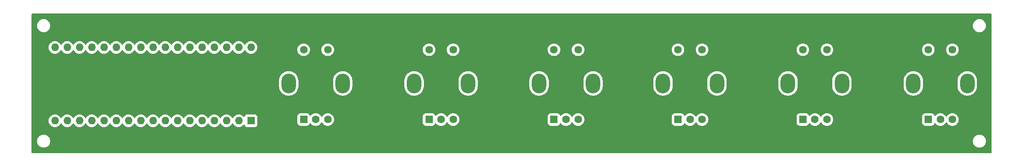
<source format=gbr>
%TF.GenerationSoftware,KiCad,Pcbnew,8.0.5-dirty*%
%TF.CreationDate,2024-11-08T09:40:44-06:00*%
%TF.ProjectId,buttonbox,62757474-6f6e-4626-9f78-2e6b69636164,rev?*%
%TF.SameCoordinates,Original*%
%TF.FileFunction,Copper,L2,Bot*%
%TF.FilePolarity,Positive*%
%FSLAX46Y46*%
G04 Gerber Fmt 4.6, Leading zero omitted, Abs format (unit mm)*
G04 Created by KiCad (PCBNEW 8.0.5-dirty) date 2024-11-08 09:40:44*
%MOMM*%
%LPD*%
G01*
G04 APERTURE LIST*
G04 Aperture macros list*
%AMRoundRect*
0 Rectangle with rounded corners*
0 $1 Rounding radius*
0 $2 $3 $4 $5 $6 $7 $8 $9 X,Y pos of 4 corners*
0 Add a 4 corners polygon primitive as box body*
4,1,4,$2,$3,$4,$5,$6,$7,$8,$9,$2,$3,0*
0 Add four circle primitives for the rounded corners*
1,1,$1+$1,$2,$3*
1,1,$1+$1,$4,$5*
1,1,$1+$1,$6,$7*
1,1,$1+$1,$8,$9*
0 Add four rect primitives between the rounded corners*
20,1,$1+$1,$2,$3,$4,$5,0*
20,1,$1+$1,$4,$5,$6,$7,0*
20,1,$1+$1,$6,$7,$8,$9,0*
20,1,$1+$1,$8,$9,$2,$3,0*%
G04 Aperture macros list end*
%TA.AperFunction,ComponentPad*%
%ADD10R,1.600000X1.600000*%
%TD*%
%TA.AperFunction,ComponentPad*%
%ADD11O,1.600000X1.600000*%
%TD*%
%TA.AperFunction,ComponentPad*%
%ADD12RoundRect,0.250000X0.550000X-0.550000X0.550000X0.550000X-0.550000X0.550000X-0.550000X-0.550000X0*%
%TD*%
%TA.AperFunction,ComponentPad*%
%ADD13C,1.600000*%
%TD*%
%TA.AperFunction,ComponentPad*%
%ADD14O,3.000000X4.100000*%
%TD*%
G04 APERTURE END LIST*
D10*
%TO.P,Arduino,1,D16*%
%TO.N,D16*%
X93480000Y-97260000D03*
D11*
%TO.P,Arduino,17,D12/A11*%
%TO.N,D12*%
X52840000Y-97260000D03*
%TO.P,Arduino,2,D17*%
%TO.N,D17*%
X90940000Y-97260000D03*
%TO.P,Arduino,18,~D13*%
%TO.N,D13*%
X52840000Y-82020000D03*
%TO.P,Arduino,3,D1/TX*%
%TO.N,D1*%
X88400000Y-97260000D03*
%TO.P,Arduino,19,3V3*%
%TO.N,unconnected-(U1-3V3-Pad19)*%
X55380000Y-82020000D03*
%TO.P,Arduino,4,D0/RX*%
%TO.N,D0*%
X85860000Y-97260000D03*
%TO.P,Arduino,20,AREF*%
%TO.N,unconnected-(U1-AREF-Pad20)*%
X57920000Y-82020000D03*
%TO.P,Arduino,5,RESET*%
%TO.N,unconnected-(U1-RESET-Pad5)*%
X83320000Y-97260000D03*
%TO.P,Arduino,21,A0/D18*%
%TO.N,D18*%
X60460000Y-82020000D03*
%TO.P,Arduino,6,GND*%
%TO.N,GND*%
X80780000Y-97260000D03*
%TO.P,Arduino,22,A1/D19*%
%TO.N,D19*%
X63000000Y-82020000D03*
%TO.P,Arduino,7,D2/SDA*%
%TO.N,D2*%
X78240000Y-97260000D03*
%TO.P,Arduino,23,A2/D20*%
%TO.N,D20*%
X65540000Y-82020000D03*
%TO.P,Arduino,8,~D3/SCL*%
%TO.N,D3*%
X75700000Y-97260000D03*
%TO.P,Arduino,24,A3/D21*%
%TO.N,D21*%
X68080000Y-82020000D03*
%TO.P,Arduino,9,D4/A6*%
%TO.N,D4*%
X73160000Y-97260000D03*
%TO.P,Arduino,25,A4/D22*%
%TO.N,D22*%
X70620000Y-82020000D03*
%TO.P,Arduino,10,~D5*%
%TO.N,D5*%
X70620000Y-97260000D03*
%TO.P,Arduino,26,A5/D23*%
%TO.N,D23*%
X73160000Y-82020000D03*
%TO.P,Arduino,11,~D6/A7*%
%TO.N,D6*%
X68080000Y-97260000D03*
%TO.P,Arduino,27,NC*%
%TO.N,unconnected-(U1-NC-Pad27)*%
X75700000Y-82020000D03*
%TO.P,Arduino,12,D7*%
%TO.N,D7*%
X65540000Y-97260000D03*
%TO.P,Arduino,28,NC*%
%TO.N,unconnected-(U1-NC-Pad28)*%
X78240000Y-82020000D03*
%TO.P,Arduino,13,D8/A8*%
%TO.N,D8*%
X63000000Y-97260000D03*
%TO.P,Arduino,29,+5V*%
%TO.N,unconnected-(U1-+5V-Pad29)*%
X80780000Y-82020000D03*
%TO.P,Arduino,14,~D9/A9*%
%TO.N,D9*%
X60460000Y-97260000D03*
%TO.P,Arduino,30,RESET*%
%TO.N,unconnected-(U1-RESET-Pad30)*%
X83320000Y-82020000D03*
%TO.P,Arduino,15,~D10/A10*%
%TO.N,D10*%
X57920000Y-97260000D03*
%TO.P,Arduino,16,~D11*%
%TO.N,D11*%
X55380000Y-97260000D03*
%TO.P,Arduino,31,GND*%
%TO.N,GND2*%
X85860000Y-82020000D03*
%TO.P,Arduino,32,VIN*%
%TO.N,unconnected-(U1-VIN-Pad32)*%
X88400000Y-82020000D03*
%TO.P,Arduino,33,D14*%
%TO.N,D14*%
X90940000Y-82020000D03*
%TO.P,Arduino,34,D15*%
%TO.N,D15*%
X93480000Y-82020000D03*
%TD*%
D12*
%TO.P,SW6,A,A*%
%TO.N,D8*%
X233900000Y-97000000D03*
D13*
%TO.P,SW6,B,B*%
%TO.N,D19*%
X238900000Y-97000000D03*
%TO.P,SW6,C,C*%
%TO.N,GND*%
X236400000Y-97000000D03*
%TO.P,SW6,S1,S1*%
%TO.N,D20*%
X233900000Y-82500000D03*
%TO.P,SW6,S2,S2*%
%TO.N,GND2*%
X238900000Y-82500000D03*
D14*
%TO.P,SW6,SH*%
%TO.N,N/C*%
X230800000Y-89500000D03*
X242000000Y-89500000D03*
%TD*%
D12*
%TO.P,SW5,A,A*%
%TO.N,D6*%
X207900000Y-97000000D03*
D13*
%TO.P,SW5,B,B*%
%TO.N,D7*%
X212900000Y-97000000D03*
%TO.P,SW5,C,C*%
%TO.N,GND*%
X210400000Y-97000000D03*
%TO.P,SW5,S1,S1*%
%TO.N,D21*%
X207900000Y-82500000D03*
%TO.P,SW5,S2,S2*%
%TO.N,GND2*%
X212900000Y-82500000D03*
D14*
%TO.P,SW5,SH*%
%TO.N,N/C*%
X204800000Y-89500000D03*
X216000000Y-89500000D03*
%TD*%
D12*
%TO.P,SW4,A,A*%
%TO.N,D4*%
X182000000Y-97000000D03*
D13*
%TO.P,SW4,B,B*%
%TO.N,D5*%
X187000000Y-97000000D03*
%TO.P,SW4,C,C*%
%TO.N,GND*%
X184500000Y-97000000D03*
%TO.P,SW4,S1,S1*%
%TO.N,D22*%
X182000000Y-82500000D03*
%TO.P,SW4,S2,S2*%
%TO.N,GND2*%
X187000000Y-82500000D03*
D14*
%TO.P,SW4,SH*%
%TO.N,N/C*%
X178900000Y-89500000D03*
X190100000Y-89500000D03*
%TD*%
D12*
%TO.P,SW3,A,A*%
%TO.N,D2*%
X156300000Y-97000000D03*
D13*
%TO.P,SW3,B,B*%
%TO.N,D3*%
X161300000Y-97000000D03*
%TO.P,SW3,C,C*%
%TO.N,GND*%
X158800000Y-97000000D03*
%TO.P,SW3,S1,S1*%
%TO.N,D23*%
X156300000Y-82500000D03*
%TO.P,SW3,S2,S2*%
%TO.N,GND2*%
X161300000Y-82500000D03*
D14*
%TO.P,SW3,SH*%
%TO.N,N/C*%
X153200000Y-89500000D03*
X164400000Y-89500000D03*
%TD*%
D12*
%TO.P,SW2,A,A*%
%TO.N,D1*%
X130400000Y-97000000D03*
D13*
%TO.P,SW2,B,B*%
%TO.N,D0*%
X135400000Y-97000000D03*
%TO.P,SW2,C,C*%
%TO.N,GND*%
X132900000Y-97000000D03*
%TO.P,SW2,S1,S1*%
%TO.N,D14*%
X130400000Y-82500000D03*
%TO.P,SW2,S2,S2*%
%TO.N,GND2*%
X135400000Y-82500000D03*
D14*
%TO.P,SW2,SH*%
%TO.N,N/C*%
X127300000Y-89500000D03*
X138500000Y-89500000D03*
%TD*%
D12*
%TO.P,SW1,A,A*%
%TO.N,D16*%
X104400000Y-97000000D03*
D13*
%TO.P,SW1,B,B*%
%TO.N,D17*%
X109400000Y-97000000D03*
%TO.P,SW1,C,C*%
%TO.N,GND*%
X106900000Y-97000000D03*
%TO.P,SW1,S1,S1*%
%TO.N,D15*%
X104400000Y-82500000D03*
%TO.P,SW1,S2,S2*%
%TO.N,GND2*%
X109400000Y-82500000D03*
D14*
%TO.P,SW1,SH*%
%TO.N,N/C*%
X101300000Y-89500000D03*
X112500000Y-89500000D03*
%TD*%
%TA.AperFunction,NonConductor*%
G36*
X246942539Y-75020185D02*
G01*
X246988294Y-75072989D01*
X246999500Y-75124500D01*
X246999500Y-103875500D01*
X246979815Y-103942539D01*
X246927011Y-103988294D01*
X246875500Y-103999500D01*
X48124500Y-103999500D01*
X48057461Y-103979815D01*
X48011706Y-103927011D01*
X48000500Y-103875500D01*
X48000500Y-101393713D01*
X49149500Y-101393713D01*
X49149500Y-101606286D01*
X49182753Y-101816239D01*
X49248444Y-102018414D01*
X49344951Y-102207820D01*
X49469890Y-102379786D01*
X49620213Y-102530109D01*
X49792179Y-102655048D01*
X49792181Y-102655049D01*
X49792184Y-102655051D01*
X49981588Y-102751557D01*
X50183757Y-102817246D01*
X50393713Y-102850500D01*
X50393714Y-102850500D01*
X50606286Y-102850500D01*
X50606287Y-102850500D01*
X50816243Y-102817246D01*
X51018412Y-102751557D01*
X51207816Y-102655051D01*
X51229789Y-102639086D01*
X51379786Y-102530109D01*
X51379788Y-102530106D01*
X51379792Y-102530104D01*
X51530104Y-102379792D01*
X51530106Y-102379788D01*
X51530109Y-102379786D01*
X51655048Y-102207820D01*
X51655047Y-102207820D01*
X51655051Y-102207816D01*
X51751557Y-102018412D01*
X51817246Y-101816243D01*
X51850500Y-101606287D01*
X51850500Y-101393713D01*
X243149500Y-101393713D01*
X243149500Y-101606286D01*
X243182753Y-101816239D01*
X243248444Y-102018414D01*
X243344951Y-102207820D01*
X243469890Y-102379786D01*
X243620213Y-102530109D01*
X243792179Y-102655048D01*
X243792181Y-102655049D01*
X243792184Y-102655051D01*
X243981588Y-102751557D01*
X244183757Y-102817246D01*
X244393713Y-102850500D01*
X244393714Y-102850500D01*
X244606286Y-102850500D01*
X244606287Y-102850500D01*
X244816243Y-102817246D01*
X245018412Y-102751557D01*
X245207816Y-102655051D01*
X245229789Y-102639086D01*
X245379786Y-102530109D01*
X245379788Y-102530106D01*
X245379792Y-102530104D01*
X245530104Y-102379792D01*
X245530106Y-102379788D01*
X245530109Y-102379786D01*
X245655048Y-102207820D01*
X245655047Y-102207820D01*
X245655051Y-102207816D01*
X245751557Y-102018412D01*
X245817246Y-101816243D01*
X245850500Y-101606287D01*
X245850500Y-101393713D01*
X245817246Y-101183757D01*
X245751557Y-100981588D01*
X245655051Y-100792184D01*
X245655049Y-100792181D01*
X245655048Y-100792179D01*
X245530109Y-100620213D01*
X245379786Y-100469890D01*
X245207820Y-100344951D01*
X245018414Y-100248444D01*
X245018413Y-100248443D01*
X245018412Y-100248443D01*
X244816243Y-100182754D01*
X244816241Y-100182753D01*
X244816240Y-100182753D01*
X244654957Y-100157208D01*
X244606287Y-100149500D01*
X244393713Y-100149500D01*
X244345042Y-100157208D01*
X244183760Y-100182753D01*
X243981585Y-100248444D01*
X243792179Y-100344951D01*
X243620213Y-100469890D01*
X243469890Y-100620213D01*
X243344951Y-100792179D01*
X243248444Y-100981585D01*
X243182753Y-101183760D01*
X243149500Y-101393713D01*
X51850500Y-101393713D01*
X51817246Y-101183757D01*
X51751557Y-100981588D01*
X51655051Y-100792184D01*
X51655049Y-100792181D01*
X51655048Y-100792179D01*
X51530109Y-100620213D01*
X51379786Y-100469890D01*
X51207820Y-100344951D01*
X51018414Y-100248444D01*
X51018413Y-100248443D01*
X51018412Y-100248443D01*
X50816243Y-100182754D01*
X50816241Y-100182753D01*
X50816240Y-100182753D01*
X50654957Y-100157208D01*
X50606287Y-100149500D01*
X50393713Y-100149500D01*
X50345042Y-100157208D01*
X50183760Y-100182753D01*
X49981585Y-100248444D01*
X49792179Y-100344951D01*
X49620213Y-100469890D01*
X49469890Y-100620213D01*
X49344951Y-100792179D01*
X49248444Y-100981585D01*
X49182753Y-101183760D01*
X49149500Y-101393713D01*
X48000500Y-101393713D01*
X48000500Y-97259998D01*
X51534532Y-97259998D01*
X51534532Y-97260001D01*
X51554364Y-97486686D01*
X51554366Y-97486697D01*
X51613258Y-97706488D01*
X51613261Y-97706497D01*
X51709431Y-97912732D01*
X51709432Y-97912734D01*
X51839954Y-98099141D01*
X52000858Y-98260045D01*
X52000861Y-98260047D01*
X52187266Y-98390568D01*
X52393504Y-98486739D01*
X52613308Y-98545635D01*
X52775230Y-98559801D01*
X52839998Y-98565468D01*
X52840000Y-98565468D01*
X52840002Y-98565468D01*
X52896807Y-98560498D01*
X53066692Y-98545635D01*
X53286496Y-98486739D01*
X53492734Y-98390568D01*
X53679139Y-98260047D01*
X53840047Y-98099139D01*
X53970568Y-97912734D01*
X53997618Y-97854724D01*
X54043790Y-97802285D01*
X54110983Y-97783133D01*
X54177865Y-97803348D01*
X54222382Y-97854725D01*
X54249429Y-97912728D01*
X54249432Y-97912734D01*
X54379954Y-98099141D01*
X54540858Y-98260045D01*
X54540861Y-98260047D01*
X54727266Y-98390568D01*
X54933504Y-98486739D01*
X55153308Y-98545635D01*
X55315230Y-98559801D01*
X55379998Y-98565468D01*
X55380000Y-98565468D01*
X55380002Y-98565468D01*
X55436807Y-98560498D01*
X55606692Y-98545635D01*
X55826496Y-98486739D01*
X56032734Y-98390568D01*
X56219139Y-98260047D01*
X56380047Y-98099139D01*
X56510568Y-97912734D01*
X56537618Y-97854724D01*
X56583790Y-97802285D01*
X56650983Y-97783133D01*
X56717865Y-97803348D01*
X56762382Y-97854725D01*
X56789429Y-97912728D01*
X56789432Y-97912734D01*
X56919954Y-98099141D01*
X57080858Y-98260045D01*
X57080861Y-98260047D01*
X57267266Y-98390568D01*
X57473504Y-98486739D01*
X57693308Y-98545635D01*
X57855230Y-98559801D01*
X57919998Y-98565468D01*
X57920000Y-98565468D01*
X57920002Y-98565468D01*
X57976807Y-98560498D01*
X58146692Y-98545635D01*
X58366496Y-98486739D01*
X58572734Y-98390568D01*
X58759139Y-98260047D01*
X58920047Y-98099139D01*
X59050568Y-97912734D01*
X59077618Y-97854724D01*
X59123790Y-97802285D01*
X59190983Y-97783133D01*
X59257865Y-97803348D01*
X59302382Y-97854725D01*
X59329429Y-97912728D01*
X59329432Y-97912734D01*
X59459954Y-98099141D01*
X59620858Y-98260045D01*
X59620861Y-98260047D01*
X59807266Y-98390568D01*
X60013504Y-98486739D01*
X60233308Y-98545635D01*
X60395230Y-98559801D01*
X60459998Y-98565468D01*
X60460000Y-98565468D01*
X60460002Y-98565468D01*
X60516807Y-98560498D01*
X60686692Y-98545635D01*
X60906496Y-98486739D01*
X61112734Y-98390568D01*
X61299139Y-98260047D01*
X61460047Y-98099139D01*
X61590568Y-97912734D01*
X61617618Y-97854724D01*
X61663790Y-97802285D01*
X61730983Y-97783133D01*
X61797865Y-97803348D01*
X61842382Y-97854725D01*
X61869429Y-97912728D01*
X61869432Y-97912734D01*
X61999954Y-98099141D01*
X62160858Y-98260045D01*
X62160861Y-98260047D01*
X62347266Y-98390568D01*
X62553504Y-98486739D01*
X62773308Y-98545635D01*
X62935230Y-98559801D01*
X62999998Y-98565468D01*
X63000000Y-98565468D01*
X63000002Y-98565468D01*
X63056807Y-98560498D01*
X63226692Y-98545635D01*
X63446496Y-98486739D01*
X63652734Y-98390568D01*
X63839139Y-98260047D01*
X64000047Y-98099139D01*
X64130568Y-97912734D01*
X64157618Y-97854724D01*
X64203790Y-97802285D01*
X64270983Y-97783133D01*
X64337865Y-97803348D01*
X64382382Y-97854725D01*
X64409429Y-97912728D01*
X64409432Y-97912734D01*
X64539954Y-98099141D01*
X64700858Y-98260045D01*
X64700861Y-98260047D01*
X64887266Y-98390568D01*
X65093504Y-98486739D01*
X65313308Y-98545635D01*
X65475230Y-98559801D01*
X65539998Y-98565468D01*
X65540000Y-98565468D01*
X65540002Y-98565468D01*
X65596807Y-98560498D01*
X65766692Y-98545635D01*
X65986496Y-98486739D01*
X66192734Y-98390568D01*
X66379139Y-98260047D01*
X66540047Y-98099139D01*
X66670568Y-97912734D01*
X66697618Y-97854724D01*
X66743790Y-97802285D01*
X66810983Y-97783133D01*
X66877865Y-97803348D01*
X66922382Y-97854725D01*
X66949429Y-97912728D01*
X66949432Y-97912734D01*
X67079954Y-98099141D01*
X67240858Y-98260045D01*
X67240861Y-98260047D01*
X67427266Y-98390568D01*
X67633504Y-98486739D01*
X67853308Y-98545635D01*
X68015230Y-98559801D01*
X68079998Y-98565468D01*
X68080000Y-98565468D01*
X68080002Y-98565468D01*
X68136807Y-98560498D01*
X68306692Y-98545635D01*
X68526496Y-98486739D01*
X68732734Y-98390568D01*
X68919139Y-98260047D01*
X69080047Y-98099139D01*
X69210568Y-97912734D01*
X69237618Y-97854724D01*
X69283790Y-97802285D01*
X69350983Y-97783133D01*
X69417865Y-97803348D01*
X69462382Y-97854725D01*
X69489429Y-97912728D01*
X69489432Y-97912734D01*
X69619954Y-98099141D01*
X69780858Y-98260045D01*
X69780861Y-98260047D01*
X69967266Y-98390568D01*
X70173504Y-98486739D01*
X70393308Y-98545635D01*
X70555230Y-98559801D01*
X70619998Y-98565468D01*
X70620000Y-98565468D01*
X70620002Y-98565468D01*
X70676807Y-98560498D01*
X70846692Y-98545635D01*
X71066496Y-98486739D01*
X71272734Y-98390568D01*
X71459139Y-98260047D01*
X71620047Y-98099139D01*
X71750568Y-97912734D01*
X71777618Y-97854724D01*
X71823790Y-97802285D01*
X71890983Y-97783133D01*
X71957865Y-97803348D01*
X72002382Y-97854725D01*
X72029429Y-97912728D01*
X72029432Y-97912734D01*
X72159954Y-98099141D01*
X72320858Y-98260045D01*
X72320861Y-98260047D01*
X72507266Y-98390568D01*
X72713504Y-98486739D01*
X72933308Y-98545635D01*
X73095230Y-98559801D01*
X73159998Y-98565468D01*
X73160000Y-98565468D01*
X73160002Y-98565468D01*
X73216807Y-98560498D01*
X73386692Y-98545635D01*
X73606496Y-98486739D01*
X73812734Y-98390568D01*
X73999139Y-98260047D01*
X74160047Y-98099139D01*
X74290568Y-97912734D01*
X74317618Y-97854724D01*
X74363790Y-97802285D01*
X74430983Y-97783133D01*
X74497865Y-97803348D01*
X74542382Y-97854725D01*
X74569429Y-97912728D01*
X74569432Y-97912734D01*
X74699954Y-98099141D01*
X74860858Y-98260045D01*
X74860861Y-98260047D01*
X75047266Y-98390568D01*
X75253504Y-98486739D01*
X75473308Y-98545635D01*
X75635230Y-98559801D01*
X75699998Y-98565468D01*
X75700000Y-98565468D01*
X75700002Y-98565468D01*
X75756807Y-98560498D01*
X75926692Y-98545635D01*
X76146496Y-98486739D01*
X76352734Y-98390568D01*
X76539139Y-98260047D01*
X76700047Y-98099139D01*
X76830568Y-97912734D01*
X76857618Y-97854724D01*
X76903790Y-97802285D01*
X76970983Y-97783133D01*
X77037865Y-97803348D01*
X77082382Y-97854725D01*
X77109429Y-97912728D01*
X77109432Y-97912734D01*
X77239954Y-98099141D01*
X77400858Y-98260045D01*
X77400861Y-98260047D01*
X77587266Y-98390568D01*
X77793504Y-98486739D01*
X78013308Y-98545635D01*
X78175230Y-98559801D01*
X78239998Y-98565468D01*
X78240000Y-98565468D01*
X78240002Y-98565468D01*
X78296807Y-98560498D01*
X78466692Y-98545635D01*
X78686496Y-98486739D01*
X78892734Y-98390568D01*
X79079139Y-98260047D01*
X79240047Y-98099139D01*
X79370568Y-97912734D01*
X79397618Y-97854724D01*
X79443790Y-97802285D01*
X79510983Y-97783133D01*
X79577865Y-97803348D01*
X79622382Y-97854725D01*
X79649429Y-97912728D01*
X79649432Y-97912734D01*
X79779954Y-98099141D01*
X79940858Y-98260045D01*
X79940861Y-98260047D01*
X80127266Y-98390568D01*
X80333504Y-98486739D01*
X80553308Y-98545635D01*
X80715230Y-98559801D01*
X80779998Y-98565468D01*
X80780000Y-98565468D01*
X80780002Y-98565468D01*
X80836807Y-98560498D01*
X81006692Y-98545635D01*
X81226496Y-98486739D01*
X81432734Y-98390568D01*
X81619139Y-98260047D01*
X81780047Y-98099139D01*
X81910568Y-97912734D01*
X81937618Y-97854724D01*
X81983790Y-97802285D01*
X82050983Y-97783133D01*
X82117865Y-97803348D01*
X82162382Y-97854725D01*
X82189429Y-97912728D01*
X82189432Y-97912734D01*
X82319954Y-98099141D01*
X82480858Y-98260045D01*
X82480861Y-98260047D01*
X82667266Y-98390568D01*
X82873504Y-98486739D01*
X83093308Y-98545635D01*
X83255230Y-98559801D01*
X83319998Y-98565468D01*
X83320000Y-98565468D01*
X83320002Y-98565468D01*
X83376807Y-98560498D01*
X83546692Y-98545635D01*
X83766496Y-98486739D01*
X83972734Y-98390568D01*
X84159139Y-98260047D01*
X84320047Y-98099139D01*
X84450568Y-97912734D01*
X84477618Y-97854724D01*
X84523790Y-97802285D01*
X84590983Y-97783133D01*
X84657865Y-97803348D01*
X84702382Y-97854725D01*
X84729429Y-97912728D01*
X84729432Y-97912734D01*
X84859954Y-98099141D01*
X85020858Y-98260045D01*
X85020861Y-98260047D01*
X85207266Y-98390568D01*
X85413504Y-98486739D01*
X85633308Y-98545635D01*
X85795230Y-98559801D01*
X85859998Y-98565468D01*
X85860000Y-98565468D01*
X85860002Y-98565468D01*
X85916807Y-98560498D01*
X86086692Y-98545635D01*
X86306496Y-98486739D01*
X86512734Y-98390568D01*
X86699139Y-98260047D01*
X86860047Y-98099139D01*
X86990568Y-97912734D01*
X87017618Y-97854724D01*
X87063790Y-97802285D01*
X87130983Y-97783133D01*
X87197865Y-97803348D01*
X87242382Y-97854725D01*
X87269429Y-97912728D01*
X87269432Y-97912734D01*
X87399954Y-98099141D01*
X87560858Y-98260045D01*
X87560861Y-98260047D01*
X87747266Y-98390568D01*
X87953504Y-98486739D01*
X88173308Y-98545635D01*
X88335230Y-98559801D01*
X88399998Y-98565468D01*
X88400000Y-98565468D01*
X88400002Y-98565468D01*
X88456807Y-98560498D01*
X88626692Y-98545635D01*
X88846496Y-98486739D01*
X89052734Y-98390568D01*
X89239139Y-98260047D01*
X89400047Y-98099139D01*
X89530568Y-97912734D01*
X89557618Y-97854724D01*
X89603790Y-97802285D01*
X89670983Y-97783133D01*
X89737865Y-97803348D01*
X89782382Y-97854725D01*
X89809429Y-97912728D01*
X89809432Y-97912734D01*
X89939954Y-98099141D01*
X90100858Y-98260045D01*
X90100861Y-98260047D01*
X90287266Y-98390568D01*
X90493504Y-98486739D01*
X90713308Y-98545635D01*
X90875230Y-98559801D01*
X90939998Y-98565468D01*
X90940000Y-98565468D01*
X90940002Y-98565468D01*
X90996807Y-98560498D01*
X91166692Y-98545635D01*
X91386496Y-98486739D01*
X91592734Y-98390568D01*
X91779139Y-98260047D01*
X91940047Y-98099139D01*
X91957272Y-98074539D01*
X92011848Y-98030913D01*
X92081346Y-98023718D01*
X92143701Y-98055239D01*
X92179116Y-98115468D01*
X92182138Y-98132406D01*
X92185908Y-98167483D01*
X92236202Y-98302328D01*
X92236206Y-98302335D01*
X92322452Y-98417544D01*
X92322455Y-98417547D01*
X92437664Y-98503793D01*
X92437671Y-98503797D01*
X92572517Y-98554091D01*
X92572516Y-98554091D01*
X92579444Y-98554835D01*
X92632127Y-98560500D01*
X94327872Y-98560499D01*
X94387483Y-98554091D01*
X94522331Y-98503796D01*
X94637546Y-98417546D01*
X94723796Y-98302331D01*
X94774091Y-98167483D01*
X94780500Y-98107873D01*
X94780499Y-96412128D01*
X94779193Y-96399983D01*
X103099500Y-96399983D01*
X103099500Y-97600001D01*
X103099501Y-97600018D01*
X103110000Y-97702796D01*
X103110001Y-97702799D01*
X103140244Y-97794065D01*
X103165186Y-97869334D01*
X103257288Y-98018656D01*
X103381344Y-98142712D01*
X103530666Y-98234814D01*
X103697203Y-98289999D01*
X103799991Y-98300500D01*
X105000008Y-98300499D01*
X105102797Y-98289999D01*
X105269334Y-98234814D01*
X105418656Y-98142712D01*
X105542712Y-98018656D01*
X105634814Y-97869334D01*
X105649112Y-97826185D01*
X105688882Y-97768741D01*
X105753398Y-97741917D01*
X105822174Y-97754231D01*
X105868392Y-97794065D01*
X105899956Y-97839143D01*
X106060858Y-98000045D01*
X106060861Y-98000047D01*
X106247266Y-98130568D01*
X106453504Y-98226739D01*
X106673308Y-98285635D01*
X106835230Y-98299801D01*
X106899998Y-98305468D01*
X106900000Y-98305468D01*
X106900002Y-98305468D01*
X106956807Y-98300498D01*
X107126692Y-98285635D01*
X107346496Y-98226739D01*
X107552734Y-98130568D01*
X107739139Y-98000047D01*
X107900047Y-97839139D01*
X108030568Y-97652734D01*
X108037618Y-97637614D01*
X108083789Y-97585176D01*
X108150982Y-97566023D01*
X108217864Y-97586238D01*
X108262381Y-97637614D01*
X108269432Y-97652733D01*
X108269432Y-97652734D01*
X108399954Y-97839141D01*
X108560858Y-98000045D01*
X108560861Y-98000047D01*
X108747266Y-98130568D01*
X108953504Y-98226739D01*
X109173308Y-98285635D01*
X109335230Y-98299801D01*
X109399998Y-98305468D01*
X109400000Y-98305468D01*
X109400002Y-98305468D01*
X109456807Y-98300498D01*
X109626692Y-98285635D01*
X109846496Y-98226739D01*
X110052734Y-98130568D01*
X110239139Y-98000047D01*
X110400047Y-97839139D01*
X110530568Y-97652734D01*
X110626739Y-97446496D01*
X110685635Y-97226692D01*
X110705468Y-97000000D01*
X110685635Y-96773308D01*
X110626739Y-96553504D01*
X110555151Y-96399983D01*
X129099500Y-96399983D01*
X129099500Y-97600001D01*
X129099501Y-97600018D01*
X129110000Y-97702796D01*
X129110001Y-97702799D01*
X129140244Y-97794065D01*
X129165186Y-97869334D01*
X129257288Y-98018656D01*
X129381344Y-98142712D01*
X129530666Y-98234814D01*
X129697203Y-98289999D01*
X129799991Y-98300500D01*
X131000008Y-98300499D01*
X131102797Y-98289999D01*
X131269334Y-98234814D01*
X131418656Y-98142712D01*
X131542712Y-98018656D01*
X131634814Y-97869334D01*
X131649112Y-97826185D01*
X131688882Y-97768741D01*
X131753398Y-97741917D01*
X131822174Y-97754231D01*
X131868392Y-97794065D01*
X131899956Y-97839143D01*
X132060858Y-98000045D01*
X132060861Y-98000047D01*
X132247266Y-98130568D01*
X132453504Y-98226739D01*
X132673308Y-98285635D01*
X132835230Y-98299801D01*
X132899998Y-98305468D01*
X132900000Y-98305468D01*
X132900002Y-98305468D01*
X132956807Y-98300498D01*
X133126692Y-98285635D01*
X133346496Y-98226739D01*
X133552734Y-98130568D01*
X133739139Y-98000047D01*
X133900047Y-97839139D01*
X134030568Y-97652734D01*
X134037618Y-97637614D01*
X134083789Y-97585176D01*
X134150982Y-97566023D01*
X134217864Y-97586238D01*
X134262381Y-97637614D01*
X134269432Y-97652733D01*
X134269432Y-97652734D01*
X134399954Y-97839141D01*
X134560858Y-98000045D01*
X134560861Y-98000047D01*
X134747266Y-98130568D01*
X134953504Y-98226739D01*
X135173308Y-98285635D01*
X135335230Y-98299801D01*
X135399998Y-98305468D01*
X135400000Y-98305468D01*
X135400002Y-98305468D01*
X135456807Y-98300498D01*
X135626692Y-98285635D01*
X135846496Y-98226739D01*
X136052734Y-98130568D01*
X136239139Y-98000047D01*
X136400047Y-97839139D01*
X136530568Y-97652734D01*
X136626739Y-97446496D01*
X136685635Y-97226692D01*
X136705468Y-97000000D01*
X136685635Y-96773308D01*
X136626739Y-96553504D01*
X136555151Y-96399983D01*
X154999500Y-96399983D01*
X154999500Y-97600001D01*
X154999501Y-97600018D01*
X155010000Y-97702796D01*
X155010001Y-97702799D01*
X155040244Y-97794065D01*
X155065186Y-97869334D01*
X155157288Y-98018656D01*
X155281344Y-98142712D01*
X155430666Y-98234814D01*
X155597203Y-98289999D01*
X155699991Y-98300500D01*
X156900008Y-98300499D01*
X157002797Y-98289999D01*
X157169334Y-98234814D01*
X157318656Y-98142712D01*
X157442712Y-98018656D01*
X157534814Y-97869334D01*
X157549112Y-97826185D01*
X157588882Y-97768741D01*
X157653398Y-97741917D01*
X157722174Y-97754231D01*
X157768392Y-97794065D01*
X157799956Y-97839143D01*
X157960858Y-98000045D01*
X157960861Y-98000047D01*
X158147266Y-98130568D01*
X158353504Y-98226739D01*
X158573308Y-98285635D01*
X158735230Y-98299801D01*
X158799998Y-98305468D01*
X158800000Y-98305468D01*
X158800002Y-98305468D01*
X158856807Y-98300498D01*
X159026692Y-98285635D01*
X159246496Y-98226739D01*
X159452734Y-98130568D01*
X159639139Y-98000047D01*
X159800047Y-97839139D01*
X159930568Y-97652734D01*
X159937618Y-97637614D01*
X159983789Y-97585176D01*
X160050982Y-97566023D01*
X160117864Y-97586238D01*
X160162381Y-97637614D01*
X160169432Y-97652733D01*
X160169432Y-97652734D01*
X160299954Y-97839141D01*
X160460858Y-98000045D01*
X160460861Y-98000047D01*
X160647266Y-98130568D01*
X160853504Y-98226739D01*
X161073308Y-98285635D01*
X161235230Y-98299801D01*
X161299998Y-98305468D01*
X161300000Y-98305468D01*
X161300002Y-98305468D01*
X161356807Y-98300498D01*
X161526692Y-98285635D01*
X161746496Y-98226739D01*
X161952734Y-98130568D01*
X162139139Y-98000047D01*
X162300047Y-97839139D01*
X162430568Y-97652734D01*
X162526739Y-97446496D01*
X162585635Y-97226692D01*
X162605468Y-97000000D01*
X162585635Y-96773308D01*
X162526739Y-96553504D01*
X162455151Y-96399983D01*
X180699500Y-96399983D01*
X180699500Y-97600001D01*
X180699501Y-97600018D01*
X180710000Y-97702796D01*
X180710001Y-97702799D01*
X180740244Y-97794065D01*
X180765186Y-97869334D01*
X180857288Y-98018656D01*
X180981344Y-98142712D01*
X181130666Y-98234814D01*
X181297203Y-98289999D01*
X181399991Y-98300500D01*
X182600008Y-98300499D01*
X182702797Y-98289999D01*
X182869334Y-98234814D01*
X183018656Y-98142712D01*
X183142712Y-98018656D01*
X183234814Y-97869334D01*
X183249112Y-97826185D01*
X183288882Y-97768741D01*
X183353398Y-97741917D01*
X183422174Y-97754231D01*
X183468392Y-97794065D01*
X183499956Y-97839143D01*
X183660858Y-98000045D01*
X183660861Y-98000047D01*
X183847266Y-98130568D01*
X184053504Y-98226739D01*
X184273308Y-98285635D01*
X184435230Y-98299801D01*
X184499998Y-98305468D01*
X184500000Y-98305468D01*
X184500002Y-98305468D01*
X184556807Y-98300498D01*
X184726692Y-98285635D01*
X184946496Y-98226739D01*
X185152734Y-98130568D01*
X185339139Y-98000047D01*
X185500047Y-97839139D01*
X185630568Y-97652734D01*
X185637618Y-97637614D01*
X185683789Y-97585176D01*
X185750982Y-97566023D01*
X185817864Y-97586238D01*
X185862381Y-97637614D01*
X185869432Y-97652733D01*
X185869432Y-97652734D01*
X185999954Y-97839141D01*
X186160858Y-98000045D01*
X186160861Y-98000047D01*
X186347266Y-98130568D01*
X186553504Y-98226739D01*
X186773308Y-98285635D01*
X186935230Y-98299801D01*
X186999998Y-98305468D01*
X187000000Y-98305468D01*
X187000002Y-98305468D01*
X187056807Y-98300498D01*
X187226692Y-98285635D01*
X187446496Y-98226739D01*
X187652734Y-98130568D01*
X187839139Y-98000047D01*
X188000047Y-97839139D01*
X188130568Y-97652734D01*
X188226739Y-97446496D01*
X188285635Y-97226692D01*
X188305468Y-97000000D01*
X188285635Y-96773308D01*
X188226739Y-96553504D01*
X188155151Y-96399983D01*
X206599500Y-96399983D01*
X206599500Y-97600001D01*
X206599501Y-97600018D01*
X206610000Y-97702796D01*
X206610001Y-97702799D01*
X206640244Y-97794065D01*
X206665186Y-97869334D01*
X206757288Y-98018656D01*
X206881344Y-98142712D01*
X207030666Y-98234814D01*
X207197203Y-98289999D01*
X207299991Y-98300500D01*
X208500008Y-98300499D01*
X208602797Y-98289999D01*
X208769334Y-98234814D01*
X208918656Y-98142712D01*
X209042712Y-98018656D01*
X209134814Y-97869334D01*
X209149112Y-97826185D01*
X209188882Y-97768741D01*
X209253398Y-97741917D01*
X209322174Y-97754231D01*
X209368392Y-97794065D01*
X209399956Y-97839143D01*
X209560858Y-98000045D01*
X209560861Y-98000047D01*
X209747266Y-98130568D01*
X209953504Y-98226739D01*
X210173308Y-98285635D01*
X210335230Y-98299801D01*
X210399998Y-98305468D01*
X210400000Y-98305468D01*
X210400002Y-98305468D01*
X210456807Y-98300498D01*
X210626692Y-98285635D01*
X210846496Y-98226739D01*
X211052734Y-98130568D01*
X211239139Y-98000047D01*
X211400047Y-97839139D01*
X211530568Y-97652734D01*
X211537618Y-97637614D01*
X211583789Y-97585176D01*
X211650982Y-97566023D01*
X211717864Y-97586238D01*
X211762381Y-97637614D01*
X211769432Y-97652733D01*
X211769432Y-97652734D01*
X211899954Y-97839141D01*
X212060858Y-98000045D01*
X212060861Y-98000047D01*
X212247266Y-98130568D01*
X212453504Y-98226739D01*
X212673308Y-98285635D01*
X212835230Y-98299801D01*
X212899998Y-98305468D01*
X212900000Y-98305468D01*
X212900002Y-98305468D01*
X212956807Y-98300498D01*
X213126692Y-98285635D01*
X213346496Y-98226739D01*
X213552734Y-98130568D01*
X213739139Y-98000047D01*
X213900047Y-97839139D01*
X214030568Y-97652734D01*
X214126739Y-97446496D01*
X214185635Y-97226692D01*
X214205468Y-97000000D01*
X214185635Y-96773308D01*
X214126739Y-96553504D01*
X214055151Y-96399983D01*
X232599500Y-96399983D01*
X232599500Y-97600001D01*
X232599501Y-97600018D01*
X232610000Y-97702796D01*
X232610001Y-97702799D01*
X232640244Y-97794065D01*
X232665186Y-97869334D01*
X232757288Y-98018656D01*
X232881344Y-98142712D01*
X233030666Y-98234814D01*
X233197203Y-98289999D01*
X233299991Y-98300500D01*
X234500008Y-98300499D01*
X234602797Y-98289999D01*
X234769334Y-98234814D01*
X234918656Y-98142712D01*
X235042712Y-98018656D01*
X235134814Y-97869334D01*
X235149112Y-97826185D01*
X235188882Y-97768741D01*
X235253398Y-97741917D01*
X235322174Y-97754231D01*
X235368392Y-97794065D01*
X235399956Y-97839143D01*
X235560858Y-98000045D01*
X235560861Y-98000047D01*
X235747266Y-98130568D01*
X235953504Y-98226739D01*
X236173308Y-98285635D01*
X236335230Y-98299801D01*
X236399998Y-98305468D01*
X236400000Y-98305468D01*
X236400002Y-98305468D01*
X236456807Y-98300498D01*
X236626692Y-98285635D01*
X236846496Y-98226739D01*
X237052734Y-98130568D01*
X237239139Y-98000047D01*
X237400047Y-97839139D01*
X237530568Y-97652734D01*
X237537618Y-97637614D01*
X237583789Y-97585176D01*
X237650982Y-97566023D01*
X237717864Y-97586238D01*
X237762381Y-97637614D01*
X237769432Y-97652733D01*
X237769432Y-97652734D01*
X237899954Y-97839141D01*
X238060858Y-98000045D01*
X238060861Y-98000047D01*
X238247266Y-98130568D01*
X238453504Y-98226739D01*
X238673308Y-98285635D01*
X238835230Y-98299801D01*
X238899998Y-98305468D01*
X238900000Y-98305468D01*
X238900002Y-98305468D01*
X238956807Y-98300498D01*
X239126692Y-98285635D01*
X239346496Y-98226739D01*
X239552734Y-98130568D01*
X239739139Y-98000047D01*
X239900047Y-97839139D01*
X240030568Y-97652734D01*
X240126739Y-97446496D01*
X240185635Y-97226692D01*
X240205468Y-97000000D01*
X240185635Y-96773308D01*
X240126739Y-96553504D01*
X240030568Y-96347266D01*
X239900047Y-96160861D01*
X239900045Y-96160858D01*
X239739141Y-95999954D01*
X239552734Y-95869432D01*
X239552732Y-95869431D01*
X239346497Y-95773261D01*
X239346488Y-95773258D01*
X239126697Y-95714366D01*
X239126693Y-95714365D01*
X239126692Y-95714365D01*
X239126691Y-95714364D01*
X239126686Y-95714364D01*
X238900002Y-95694532D01*
X238899998Y-95694532D01*
X238673313Y-95714364D01*
X238673302Y-95714366D01*
X238453511Y-95773258D01*
X238453502Y-95773261D01*
X238247267Y-95869431D01*
X238247265Y-95869432D01*
X238060858Y-95999954D01*
X237899954Y-96160858D01*
X237804486Y-96297203D01*
X237769432Y-96347266D01*
X237762380Y-96362387D01*
X237716209Y-96414825D01*
X237649015Y-96433976D01*
X237582134Y-96413760D01*
X237537619Y-96362387D01*
X237530568Y-96347266D01*
X237400047Y-96160861D01*
X237400045Y-96160858D01*
X237239141Y-95999954D01*
X237052734Y-95869432D01*
X237052732Y-95869431D01*
X236846497Y-95773261D01*
X236846488Y-95773258D01*
X236626697Y-95714366D01*
X236626693Y-95714365D01*
X236626692Y-95714365D01*
X236626691Y-95714364D01*
X236626686Y-95714364D01*
X236400002Y-95694532D01*
X236399998Y-95694532D01*
X236173313Y-95714364D01*
X236173302Y-95714366D01*
X235953511Y-95773258D01*
X235953502Y-95773261D01*
X235747267Y-95869431D01*
X235747265Y-95869432D01*
X235560858Y-95999954D01*
X235399955Y-96160857D01*
X235368391Y-96205935D01*
X235313814Y-96249559D01*
X235244315Y-96256751D01*
X235181961Y-96225228D01*
X235149112Y-96173814D01*
X235134814Y-96130666D01*
X235042712Y-95981344D01*
X234918656Y-95857288D01*
X234769334Y-95765186D01*
X234602797Y-95710001D01*
X234602795Y-95710000D01*
X234500010Y-95699500D01*
X233299998Y-95699500D01*
X233299981Y-95699501D01*
X233197203Y-95710000D01*
X233197200Y-95710001D01*
X233030668Y-95765185D01*
X233030663Y-95765187D01*
X232881342Y-95857289D01*
X232757289Y-95981342D01*
X232665187Y-96130663D01*
X232665185Y-96130668D01*
X232655181Y-96160858D01*
X232610001Y-96297203D01*
X232610001Y-96297204D01*
X232610000Y-96297204D01*
X232599500Y-96399983D01*
X214055151Y-96399983D01*
X214030568Y-96347266D01*
X213900047Y-96160861D01*
X213900045Y-96160858D01*
X213739141Y-95999954D01*
X213552734Y-95869432D01*
X213552732Y-95869431D01*
X213346497Y-95773261D01*
X213346488Y-95773258D01*
X213126697Y-95714366D01*
X213126693Y-95714365D01*
X213126692Y-95714365D01*
X213126691Y-95714364D01*
X213126686Y-95714364D01*
X212900002Y-95694532D01*
X212899998Y-95694532D01*
X212673313Y-95714364D01*
X212673302Y-95714366D01*
X212453511Y-95773258D01*
X212453502Y-95773261D01*
X212247267Y-95869431D01*
X212247265Y-95869432D01*
X212060858Y-95999954D01*
X211899954Y-96160858D01*
X211804486Y-96297203D01*
X211769432Y-96347266D01*
X211762380Y-96362387D01*
X211716209Y-96414825D01*
X211649015Y-96433976D01*
X211582134Y-96413760D01*
X211537619Y-96362387D01*
X211530568Y-96347266D01*
X211400047Y-96160861D01*
X211400045Y-96160858D01*
X211239141Y-95999954D01*
X211052734Y-95869432D01*
X211052732Y-95869431D01*
X210846497Y-95773261D01*
X210846488Y-95773258D01*
X210626697Y-95714366D01*
X210626693Y-95714365D01*
X210626692Y-95714365D01*
X210626691Y-95714364D01*
X210626686Y-95714364D01*
X210400002Y-95694532D01*
X210399998Y-95694532D01*
X210173313Y-95714364D01*
X210173302Y-95714366D01*
X209953511Y-95773258D01*
X209953502Y-95773261D01*
X209747267Y-95869431D01*
X209747265Y-95869432D01*
X209560858Y-95999954D01*
X209399955Y-96160857D01*
X209368391Y-96205935D01*
X209313814Y-96249559D01*
X209244315Y-96256751D01*
X209181961Y-96225228D01*
X209149112Y-96173814D01*
X209134814Y-96130666D01*
X209042712Y-95981344D01*
X208918656Y-95857288D01*
X208769334Y-95765186D01*
X208602797Y-95710001D01*
X208602795Y-95710000D01*
X208500010Y-95699500D01*
X207299998Y-95699500D01*
X207299981Y-95699501D01*
X207197203Y-95710000D01*
X207197200Y-95710001D01*
X207030668Y-95765185D01*
X207030663Y-95765187D01*
X206881342Y-95857289D01*
X206757289Y-95981342D01*
X206665187Y-96130663D01*
X206665185Y-96130668D01*
X206655181Y-96160858D01*
X206610001Y-96297203D01*
X206610001Y-96297204D01*
X206610000Y-96297204D01*
X206599500Y-96399983D01*
X188155151Y-96399983D01*
X188130568Y-96347266D01*
X188000047Y-96160861D01*
X188000045Y-96160858D01*
X187839141Y-95999954D01*
X187652734Y-95869432D01*
X187652732Y-95869431D01*
X187446497Y-95773261D01*
X187446488Y-95773258D01*
X187226697Y-95714366D01*
X187226693Y-95714365D01*
X187226692Y-95714365D01*
X187226691Y-95714364D01*
X187226686Y-95714364D01*
X187000002Y-95694532D01*
X186999998Y-95694532D01*
X186773313Y-95714364D01*
X186773302Y-95714366D01*
X186553511Y-95773258D01*
X186553502Y-95773261D01*
X186347267Y-95869431D01*
X186347265Y-95869432D01*
X186160858Y-95999954D01*
X185999954Y-96160858D01*
X185904486Y-96297203D01*
X185869432Y-96347266D01*
X185862380Y-96362387D01*
X185816209Y-96414825D01*
X185749015Y-96433976D01*
X185682134Y-96413760D01*
X185637619Y-96362387D01*
X185630568Y-96347266D01*
X185500047Y-96160861D01*
X185500045Y-96160858D01*
X185339141Y-95999954D01*
X185152734Y-95869432D01*
X185152732Y-95869431D01*
X184946497Y-95773261D01*
X184946488Y-95773258D01*
X184726697Y-95714366D01*
X184726693Y-95714365D01*
X184726692Y-95714365D01*
X184726691Y-95714364D01*
X184726686Y-95714364D01*
X184500002Y-95694532D01*
X184499998Y-95694532D01*
X184273313Y-95714364D01*
X184273302Y-95714366D01*
X184053511Y-95773258D01*
X184053502Y-95773261D01*
X183847267Y-95869431D01*
X183847265Y-95869432D01*
X183660858Y-95999954D01*
X183499955Y-96160857D01*
X183468391Y-96205935D01*
X183413814Y-96249559D01*
X183344315Y-96256751D01*
X183281961Y-96225228D01*
X183249112Y-96173814D01*
X183234814Y-96130666D01*
X183142712Y-95981344D01*
X183018656Y-95857288D01*
X182869334Y-95765186D01*
X182702797Y-95710001D01*
X182702795Y-95710000D01*
X182600010Y-95699500D01*
X181399998Y-95699500D01*
X181399981Y-95699501D01*
X181297203Y-95710000D01*
X181297200Y-95710001D01*
X181130668Y-95765185D01*
X181130663Y-95765187D01*
X180981342Y-95857289D01*
X180857289Y-95981342D01*
X180765187Y-96130663D01*
X180765185Y-96130668D01*
X180755181Y-96160858D01*
X180710001Y-96297203D01*
X180710001Y-96297204D01*
X180710000Y-96297204D01*
X180699500Y-96399983D01*
X162455151Y-96399983D01*
X162430568Y-96347266D01*
X162300047Y-96160861D01*
X162300045Y-96160858D01*
X162139141Y-95999954D01*
X161952734Y-95869432D01*
X161952732Y-95869431D01*
X161746497Y-95773261D01*
X161746488Y-95773258D01*
X161526697Y-95714366D01*
X161526693Y-95714365D01*
X161526692Y-95714365D01*
X161526691Y-95714364D01*
X161526686Y-95714364D01*
X161300002Y-95694532D01*
X161299998Y-95694532D01*
X161073313Y-95714364D01*
X161073302Y-95714366D01*
X160853511Y-95773258D01*
X160853502Y-95773261D01*
X160647267Y-95869431D01*
X160647265Y-95869432D01*
X160460858Y-95999954D01*
X160299954Y-96160858D01*
X160204486Y-96297203D01*
X160169432Y-96347266D01*
X160162380Y-96362387D01*
X160116209Y-96414825D01*
X160049015Y-96433976D01*
X159982134Y-96413760D01*
X159937619Y-96362387D01*
X159930568Y-96347266D01*
X159800047Y-96160861D01*
X159800045Y-96160858D01*
X159639141Y-95999954D01*
X159452734Y-95869432D01*
X159452732Y-95869431D01*
X159246497Y-95773261D01*
X159246488Y-95773258D01*
X159026697Y-95714366D01*
X159026693Y-95714365D01*
X159026692Y-95714365D01*
X159026691Y-95714364D01*
X159026686Y-95714364D01*
X158800002Y-95694532D01*
X158799998Y-95694532D01*
X158573313Y-95714364D01*
X158573302Y-95714366D01*
X158353511Y-95773258D01*
X158353502Y-95773261D01*
X158147267Y-95869431D01*
X158147265Y-95869432D01*
X157960858Y-95999954D01*
X157799955Y-96160857D01*
X157768391Y-96205935D01*
X157713814Y-96249559D01*
X157644315Y-96256751D01*
X157581961Y-96225228D01*
X157549112Y-96173814D01*
X157534814Y-96130666D01*
X157442712Y-95981344D01*
X157318656Y-95857288D01*
X157169334Y-95765186D01*
X157002797Y-95710001D01*
X157002795Y-95710000D01*
X156900010Y-95699500D01*
X155699998Y-95699500D01*
X155699981Y-95699501D01*
X155597203Y-95710000D01*
X155597200Y-95710001D01*
X155430668Y-95765185D01*
X155430663Y-95765187D01*
X155281342Y-95857289D01*
X155157289Y-95981342D01*
X155065187Y-96130663D01*
X155065185Y-96130668D01*
X155055181Y-96160858D01*
X155010001Y-96297203D01*
X155010001Y-96297204D01*
X155010000Y-96297204D01*
X154999500Y-96399983D01*
X136555151Y-96399983D01*
X136530568Y-96347266D01*
X136400047Y-96160861D01*
X136400045Y-96160858D01*
X136239141Y-95999954D01*
X136052734Y-95869432D01*
X136052732Y-95869431D01*
X135846497Y-95773261D01*
X135846488Y-95773258D01*
X135626697Y-95714366D01*
X135626693Y-95714365D01*
X135626692Y-95714365D01*
X135626691Y-95714364D01*
X135626686Y-95714364D01*
X135400002Y-95694532D01*
X135399998Y-95694532D01*
X135173313Y-95714364D01*
X135173302Y-95714366D01*
X134953511Y-95773258D01*
X134953502Y-95773261D01*
X134747267Y-95869431D01*
X134747265Y-95869432D01*
X134560858Y-95999954D01*
X134399954Y-96160858D01*
X134304486Y-96297203D01*
X134269432Y-96347266D01*
X134262380Y-96362387D01*
X134216209Y-96414825D01*
X134149015Y-96433976D01*
X134082134Y-96413760D01*
X134037619Y-96362387D01*
X134030568Y-96347266D01*
X133900047Y-96160861D01*
X133900045Y-96160858D01*
X133739141Y-95999954D01*
X133552734Y-95869432D01*
X133552732Y-95869431D01*
X133346497Y-95773261D01*
X133346488Y-95773258D01*
X133126697Y-95714366D01*
X133126693Y-95714365D01*
X133126692Y-95714365D01*
X133126691Y-95714364D01*
X133126686Y-95714364D01*
X132900002Y-95694532D01*
X132899998Y-95694532D01*
X132673313Y-95714364D01*
X132673302Y-95714366D01*
X132453511Y-95773258D01*
X132453502Y-95773261D01*
X132247267Y-95869431D01*
X132247265Y-95869432D01*
X132060858Y-95999954D01*
X131899955Y-96160857D01*
X131868391Y-96205935D01*
X131813814Y-96249559D01*
X131744315Y-96256751D01*
X131681961Y-96225228D01*
X131649112Y-96173814D01*
X131634814Y-96130666D01*
X131542712Y-95981344D01*
X131418656Y-95857288D01*
X131269334Y-95765186D01*
X131102797Y-95710001D01*
X131102795Y-95710000D01*
X131000010Y-95699500D01*
X129799998Y-95699500D01*
X129799981Y-95699501D01*
X129697203Y-95710000D01*
X129697200Y-95710001D01*
X129530668Y-95765185D01*
X129530663Y-95765187D01*
X129381342Y-95857289D01*
X129257289Y-95981342D01*
X129165187Y-96130663D01*
X129165185Y-96130668D01*
X129155181Y-96160858D01*
X129110001Y-96297203D01*
X129110001Y-96297204D01*
X129110000Y-96297204D01*
X129099500Y-96399983D01*
X110555151Y-96399983D01*
X110530568Y-96347266D01*
X110400047Y-96160861D01*
X110400045Y-96160858D01*
X110239141Y-95999954D01*
X110052734Y-95869432D01*
X110052732Y-95869431D01*
X109846497Y-95773261D01*
X109846488Y-95773258D01*
X109626697Y-95714366D01*
X109626693Y-95714365D01*
X109626692Y-95714365D01*
X109626691Y-95714364D01*
X109626686Y-95714364D01*
X109400002Y-95694532D01*
X109399998Y-95694532D01*
X109173313Y-95714364D01*
X109173302Y-95714366D01*
X108953511Y-95773258D01*
X108953502Y-95773261D01*
X108747267Y-95869431D01*
X108747265Y-95869432D01*
X108560858Y-95999954D01*
X108399954Y-96160858D01*
X108304486Y-96297203D01*
X108269432Y-96347266D01*
X108262380Y-96362387D01*
X108216209Y-96414825D01*
X108149015Y-96433976D01*
X108082134Y-96413760D01*
X108037619Y-96362387D01*
X108030568Y-96347266D01*
X107900047Y-96160861D01*
X107900045Y-96160858D01*
X107739141Y-95999954D01*
X107552734Y-95869432D01*
X107552732Y-95869431D01*
X107346497Y-95773261D01*
X107346488Y-95773258D01*
X107126697Y-95714366D01*
X107126693Y-95714365D01*
X107126692Y-95714365D01*
X107126691Y-95714364D01*
X107126686Y-95714364D01*
X106900002Y-95694532D01*
X106899998Y-95694532D01*
X106673313Y-95714364D01*
X106673302Y-95714366D01*
X106453511Y-95773258D01*
X106453502Y-95773261D01*
X106247267Y-95869431D01*
X106247265Y-95869432D01*
X106060858Y-95999954D01*
X105899955Y-96160857D01*
X105868391Y-96205935D01*
X105813814Y-96249559D01*
X105744315Y-96256751D01*
X105681961Y-96225228D01*
X105649112Y-96173814D01*
X105634814Y-96130666D01*
X105542712Y-95981344D01*
X105418656Y-95857288D01*
X105269334Y-95765186D01*
X105102797Y-95710001D01*
X105102795Y-95710000D01*
X105000010Y-95699500D01*
X103799998Y-95699500D01*
X103799981Y-95699501D01*
X103697203Y-95710000D01*
X103697200Y-95710001D01*
X103530668Y-95765185D01*
X103530663Y-95765187D01*
X103381342Y-95857289D01*
X103257289Y-95981342D01*
X103165187Y-96130663D01*
X103165185Y-96130668D01*
X103155181Y-96160858D01*
X103110001Y-96297203D01*
X103110001Y-96297204D01*
X103110000Y-96297204D01*
X103099500Y-96399983D01*
X94779193Y-96399983D01*
X94774091Y-96352517D01*
X94772132Y-96347265D01*
X94723797Y-96217671D01*
X94723793Y-96217664D01*
X94637547Y-96102455D01*
X94637544Y-96102452D01*
X94522335Y-96016206D01*
X94522328Y-96016202D01*
X94387482Y-95965908D01*
X94387483Y-95965908D01*
X94327883Y-95959501D01*
X94327881Y-95959500D01*
X94327873Y-95959500D01*
X94327864Y-95959500D01*
X92632129Y-95959500D01*
X92632123Y-95959501D01*
X92572516Y-95965908D01*
X92437671Y-96016202D01*
X92437664Y-96016206D01*
X92322455Y-96102452D01*
X92322452Y-96102455D01*
X92236206Y-96217664D01*
X92236202Y-96217671D01*
X92185908Y-96352516D01*
X92182137Y-96387596D01*
X92155398Y-96452146D01*
X92098006Y-96491994D01*
X92028180Y-96494487D01*
X91968092Y-96458834D01*
X91957273Y-96445462D01*
X91940045Y-96420858D01*
X91779141Y-96259954D01*
X91592734Y-96129432D01*
X91592732Y-96129431D01*
X91386497Y-96033261D01*
X91386488Y-96033258D01*
X91166697Y-95974366D01*
X91166693Y-95974365D01*
X91166692Y-95974365D01*
X91166691Y-95974364D01*
X91166686Y-95974364D01*
X90940002Y-95954532D01*
X90939998Y-95954532D01*
X90713313Y-95974364D01*
X90713302Y-95974366D01*
X90493511Y-96033258D01*
X90493502Y-96033261D01*
X90287267Y-96129431D01*
X90287265Y-96129432D01*
X90100858Y-96259954D01*
X89939954Y-96420858D01*
X89809432Y-96607265D01*
X89809431Y-96607267D01*
X89782382Y-96665275D01*
X89736209Y-96717714D01*
X89669016Y-96736866D01*
X89602135Y-96716650D01*
X89557618Y-96665275D01*
X89530568Y-96607267D01*
X89530567Y-96607265D01*
X89400045Y-96420858D01*
X89239141Y-96259954D01*
X89052734Y-96129432D01*
X89052732Y-96129431D01*
X88846497Y-96033261D01*
X88846488Y-96033258D01*
X88626697Y-95974366D01*
X88626693Y-95974365D01*
X88626692Y-95974365D01*
X88626691Y-95974364D01*
X88626686Y-95974364D01*
X88400002Y-95954532D01*
X88399998Y-95954532D01*
X88173313Y-95974364D01*
X88173302Y-95974366D01*
X87953511Y-96033258D01*
X87953502Y-96033261D01*
X87747267Y-96129431D01*
X87747265Y-96129432D01*
X87560858Y-96259954D01*
X87399954Y-96420858D01*
X87269432Y-96607265D01*
X87269431Y-96607267D01*
X87242382Y-96665275D01*
X87196209Y-96717714D01*
X87129016Y-96736866D01*
X87062135Y-96716650D01*
X87017618Y-96665275D01*
X86990568Y-96607267D01*
X86990567Y-96607265D01*
X86860045Y-96420858D01*
X86699141Y-96259954D01*
X86512734Y-96129432D01*
X86512732Y-96129431D01*
X86306497Y-96033261D01*
X86306488Y-96033258D01*
X86086697Y-95974366D01*
X86086693Y-95974365D01*
X86086692Y-95974365D01*
X86086691Y-95974364D01*
X86086686Y-95974364D01*
X85860002Y-95954532D01*
X85859998Y-95954532D01*
X85633313Y-95974364D01*
X85633302Y-95974366D01*
X85413511Y-96033258D01*
X85413502Y-96033261D01*
X85207267Y-96129431D01*
X85207265Y-96129432D01*
X85020858Y-96259954D01*
X84859954Y-96420858D01*
X84729432Y-96607265D01*
X84729431Y-96607267D01*
X84702382Y-96665275D01*
X84656209Y-96717714D01*
X84589016Y-96736866D01*
X84522135Y-96716650D01*
X84477618Y-96665275D01*
X84450568Y-96607267D01*
X84450567Y-96607265D01*
X84320045Y-96420858D01*
X84159141Y-96259954D01*
X83972734Y-96129432D01*
X83972732Y-96129431D01*
X83766497Y-96033261D01*
X83766488Y-96033258D01*
X83546697Y-95974366D01*
X83546693Y-95974365D01*
X83546692Y-95974365D01*
X83546691Y-95974364D01*
X83546686Y-95974364D01*
X83320002Y-95954532D01*
X83319998Y-95954532D01*
X83093313Y-95974364D01*
X83093302Y-95974366D01*
X82873511Y-96033258D01*
X82873502Y-96033261D01*
X82667267Y-96129431D01*
X82667265Y-96129432D01*
X82480858Y-96259954D01*
X82319954Y-96420858D01*
X82189432Y-96607265D01*
X82189431Y-96607267D01*
X82162382Y-96665275D01*
X82116209Y-96717714D01*
X82049016Y-96736866D01*
X81982135Y-96716650D01*
X81937618Y-96665275D01*
X81910568Y-96607267D01*
X81910567Y-96607265D01*
X81780045Y-96420858D01*
X81619141Y-96259954D01*
X81432734Y-96129432D01*
X81432732Y-96129431D01*
X81226497Y-96033261D01*
X81226488Y-96033258D01*
X81006697Y-95974366D01*
X81006693Y-95974365D01*
X81006692Y-95974365D01*
X81006691Y-95974364D01*
X81006686Y-95974364D01*
X80780002Y-95954532D01*
X80779998Y-95954532D01*
X80553313Y-95974364D01*
X80553302Y-95974366D01*
X80333511Y-96033258D01*
X80333502Y-96033261D01*
X80127267Y-96129431D01*
X80127265Y-96129432D01*
X79940858Y-96259954D01*
X79779954Y-96420858D01*
X79649432Y-96607265D01*
X79649431Y-96607267D01*
X79622382Y-96665275D01*
X79576209Y-96717714D01*
X79509016Y-96736866D01*
X79442135Y-96716650D01*
X79397618Y-96665275D01*
X79370568Y-96607267D01*
X79370567Y-96607265D01*
X79240045Y-96420858D01*
X79079141Y-96259954D01*
X78892734Y-96129432D01*
X78892732Y-96129431D01*
X78686497Y-96033261D01*
X78686488Y-96033258D01*
X78466697Y-95974366D01*
X78466693Y-95974365D01*
X78466692Y-95974365D01*
X78466691Y-95974364D01*
X78466686Y-95974364D01*
X78240002Y-95954532D01*
X78239998Y-95954532D01*
X78013313Y-95974364D01*
X78013302Y-95974366D01*
X77793511Y-96033258D01*
X77793502Y-96033261D01*
X77587267Y-96129431D01*
X77587265Y-96129432D01*
X77400858Y-96259954D01*
X77239954Y-96420858D01*
X77109432Y-96607265D01*
X77109431Y-96607267D01*
X77082382Y-96665275D01*
X77036209Y-96717714D01*
X76969016Y-96736866D01*
X76902135Y-96716650D01*
X76857618Y-96665275D01*
X76830568Y-96607267D01*
X76830567Y-96607265D01*
X76700045Y-96420858D01*
X76539141Y-96259954D01*
X76352734Y-96129432D01*
X76352732Y-96129431D01*
X76146497Y-96033261D01*
X76146488Y-96033258D01*
X75926697Y-95974366D01*
X75926693Y-95974365D01*
X75926692Y-95974365D01*
X75926691Y-95974364D01*
X75926686Y-95974364D01*
X75700002Y-95954532D01*
X75699998Y-95954532D01*
X75473313Y-95974364D01*
X75473302Y-95974366D01*
X75253511Y-96033258D01*
X75253502Y-96033261D01*
X75047267Y-96129431D01*
X75047265Y-96129432D01*
X74860858Y-96259954D01*
X74699954Y-96420858D01*
X74569432Y-96607265D01*
X74569431Y-96607267D01*
X74542382Y-96665275D01*
X74496209Y-96717714D01*
X74429016Y-96736866D01*
X74362135Y-96716650D01*
X74317618Y-96665275D01*
X74290568Y-96607267D01*
X74290567Y-96607265D01*
X74160045Y-96420858D01*
X73999141Y-96259954D01*
X73812734Y-96129432D01*
X73812732Y-96129431D01*
X73606497Y-96033261D01*
X73606488Y-96033258D01*
X73386697Y-95974366D01*
X73386693Y-95974365D01*
X73386692Y-95974365D01*
X73386691Y-95974364D01*
X73386686Y-95974364D01*
X73160002Y-95954532D01*
X73159998Y-95954532D01*
X72933313Y-95974364D01*
X72933302Y-95974366D01*
X72713511Y-96033258D01*
X72713502Y-96033261D01*
X72507267Y-96129431D01*
X72507265Y-96129432D01*
X72320858Y-96259954D01*
X72159954Y-96420858D01*
X72029432Y-96607265D01*
X72029431Y-96607267D01*
X72002382Y-96665275D01*
X71956209Y-96717714D01*
X71889016Y-96736866D01*
X71822135Y-96716650D01*
X71777618Y-96665275D01*
X71750568Y-96607267D01*
X71750567Y-96607265D01*
X71620045Y-96420858D01*
X71459141Y-96259954D01*
X71272734Y-96129432D01*
X71272732Y-96129431D01*
X71066497Y-96033261D01*
X71066488Y-96033258D01*
X70846697Y-95974366D01*
X70846693Y-95974365D01*
X70846692Y-95974365D01*
X70846691Y-95974364D01*
X70846686Y-95974364D01*
X70620002Y-95954532D01*
X70619998Y-95954532D01*
X70393313Y-95974364D01*
X70393302Y-95974366D01*
X70173511Y-96033258D01*
X70173502Y-96033261D01*
X69967267Y-96129431D01*
X69967265Y-96129432D01*
X69780858Y-96259954D01*
X69619954Y-96420858D01*
X69489432Y-96607265D01*
X69489431Y-96607267D01*
X69462382Y-96665275D01*
X69416209Y-96717714D01*
X69349016Y-96736866D01*
X69282135Y-96716650D01*
X69237618Y-96665275D01*
X69210568Y-96607267D01*
X69210567Y-96607265D01*
X69080045Y-96420858D01*
X68919141Y-96259954D01*
X68732734Y-96129432D01*
X68732732Y-96129431D01*
X68526497Y-96033261D01*
X68526488Y-96033258D01*
X68306697Y-95974366D01*
X68306693Y-95974365D01*
X68306692Y-95974365D01*
X68306691Y-95974364D01*
X68306686Y-95974364D01*
X68080002Y-95954532D01*
X68079998Y-95954532D01*
X67853313Y-95974364D01*
X67853302Y-95974366D01*
X67633511Y-96033258D01*
X67633502Y-96033261D01*
X67427267Y-96129431D01*
X67427265Y-96129432D01*
X67240858Y-96259954D01*
X67079954Y-96420858D01*
X66949432Y-96607265D01*
X66949431Y-96607267D01*
X66922382Y-96665275D01*
X66876209Y-96717714D01*
X66809016Y-96736866D01*
X66742135Y-96716650D01*
X66697618Y-96665275D01*
X66670568Y-96607267D01*
X66670567Y-96607265D01*
X66540045Y-96420858D01*
X66379141Y-96259954D01*
X66192734Y-96129432D01*
X66192732Y-96129431D01*
X65986497Y-96033261D01*
X65986488Y-96033258D01*
X65766697Y-95974366D01*
X65766693Y-95974365D01*
X65766692Y-95974365D01*
X65766691Y-95974364D01*
X65766686Y-95974364D01*
X65540002Y-95954532D01*
X65539998Y-95954532D01*
X65313313Y-95974364D01*
X65313302Y-95974366D01*
X65093511Y-96033258D01*
X65093502Y-96033261D01*
X64887267Y-96129431D01*
X64887265Y-96129432D01*
X64700858Y-96259954D01*
X64539954Y-96420858D01*
X64409432Y-96607265D01*
X64409431Y-96607267D01*
X64382382Y-96665275D01*
X64336209Y-96717714D01*
X64269016Y-96736866D01*
X64202135Y-96716650D01*
X64157618Y-96665275D01*
X64130568Y-96607267D01*
X64130567Y-96607265D01*
X64000045Y-96420858D01*
X63839141Y-96259954D01*
X63652734Y-96129432D01*
X63652732Y-96129431D01*
X63446497Y-96033261D01*
X63446488Y-96033258D01*
X63226697Y-95974366D01*
X63226693Y-95974365D01*
X63226692Y-95974365D01*
X63226691Y-95974364D01*
X63226686Y-95974364D01*
X63000002Y-95954532D01*
X62999998Y-95954532D01*
X62773313Y-95974364D01*
X62773302Y-95974366D01*
X62553511Y-96033258D01*
X62553502Y-96033261D01*
X62347267Y-96129431D01*
X62347265Y-96129432D01*
X62160858Y-96259954D01*
X61999954Y-96420858D01*
X61869432Y-96607265D01*
X61869431Y-96607267D01*
X61842382Y-96665275D01*
X61796209Y-96717714D01*
X61729016Y-96736866D01*
X61662135Y-96716650D01*
X61617618Y-96665275D01*
X61590568Y-96607267D01*
X61590567Y-96607265D01*
X61460045Y-96420858D01*
X61299141Y-96259954D01*
X61112734Y-96129432D01*
X61112732Y-96129431D01*
X60906497Y-96033261D01*
X60906488Y-96033258D01*
X60686697Y-95974366D01*
X60686693Y-95974365D01*
X60686692Y-95974365D01*
X60686691Y-95974364D01*
X60686686Y-95974364D01*
X60460002Y-95954532D01*
X60459998Y-95954532D01*
X60233313Y-95974364D01*
X60233302Y-95974366D01*
X60013511Y-96033258D01*
X60013502Y-96033261D01*
X59807267Y-96129431D01*
X59807265Y-96129432D01*
X59620858Y-96259954D01*
X59459954Y-96420858D01*
X59329432Y-96607265D01*
X59329431Y-96607267D01*
X59302382Y-96665275D01*
X59256209Y-96717714D01*
X59189016Y-96736866D01*
X59122135Y-96716650D01*
X59077618Y-96665275D01*
X59050568Y-96607267D01*
X59050567Y-96607265D01*
X58920045Y-96420858D01*
X58759141Y-96259954D01*
X58572734Y-96129432D01*
X58572732Y-96129431D01*
X58366497Y-96033261D01*
X58366488Y-96033258D01*
X58146697Y-95974366D01*
X58146693Y-95974365D01*
X58146692Y-95974365D01*
X58146691Y-95974364D01*
X58146686Y-95974364D01*
X57920002Y-95954532D01*
X57919998Y-95954532D01*
X57693313Y-95974364D01*
X57693302Y-95974366D01*
X57473511Y-96033258D01*
X57473502Y-96033261D01*
X57267267Y-96129431D01*
X57267265Y-96129432D01*
X57080858Y-96259954D01*
X56919954Y-96420858D01*
X56789432Y-96607265D01*
X56789431Y-96607267D01*
X56762382Y-96665275D01*
X56716209Y-96717714D01*
X56649016Y-96736866D01*
X56582135Y-96716650D01*
X56537618Y-96665275D01*
X56510568Y-96607267D01*
X56510567Y-96607265D01*
X56380045Y-96420858D01*
X56219141Y-96259954D01*
X56032734Y-96129432D01*
X56032732Y-96129431D01*
X55826497Y-96033261D01*
X55826488Y-96033258D01*
X55606697Y-95974366D01*
X55606693Y-95974365D01*
X55606692Y-95974365D01*
X55606691Y-95974364D01*
X55606686Y-95974364D01*
X55380002Y-95954532D01*
X55379998Y-95954532D01*
X55153313Y-95974364D01*
X55153302Y-95974366D01*
X54933511Y-96033258D01*
X54933502Y-96033261D01*
X54727267Y-96129431D01*
X54727265Y-96129432D01*
X54540858Y-96259954D01*
X54379954Y-96420858D01*
X54249432Y-96607265D01*
X54249431Y-96607267D01*
X54222382Y-96665275D01*
X54176209Y-96717714D01*
X54109016Y-96736866D01*
X54042135Y-96716650D01*
X53997618Y-96665275D01*
X53970568Y-96607267D01*
X53970567Y-96607265D01*
X53840045Y-96420858D01*
X53679141Y-96259954D01*
X53492734Y-96129432D01*
X53492732Y-96129431D01*
X53286497Y-96033261D01*
X53286488Y-96033258D01*
X53066697Y-95974366D01*
X53066693Y-95974365D01*
X53066692Y-95974365D01*
X53066691Y-95974364D01*
X53066686Y-95974364D01*
X52840002Y-95954532D01*
X52839998Y-95954532D01*
X52613313Y-95974364D01*
X52613302Y-95974366D01*
X52393511Y-96033258D01*
X52393502Y-96033261D01*
X52187267Y-96129431D01*
X52187265Y-96129432D01*
X52000858Y-96259954D01*
X51839954Y-96420858D01*
X51709432Y-96607265D01*
X51709431Y-96607267D01*
X51613261Y-96813502D01*
X51613258Y-96813511D01*
X51554366Y-97033302D01*
X51554364Y-97033313D01*
X51534532Y-97259998D01*
X48000500Y-97259998D01*
X48000500Y-88818872D01*
X99299500Y-88818872D01*
X99299500Y-90181127D01*
X99326123Y-90383339D01*
X99333730Y-90441116D01*
X99401602Y-90694418D01*
X99401605Y-90694428D01*
X99501953Y-90936690D01*
X99501958Y-90936700D01*
X99633075Y-91163803D01*
X99792718Y-91371851D01*
X99792726Y-91371860D01*
X99978140Y-91557274D01*
X99978148Y-91557281D01*
X100186196Y-91716924D01*
X100413299Y-91848041D01*
X100413309Y-91848046D01*
X100655571Y-91948394D01*
X100655581Y-91948398D01*
X100908884Y-92016270D01*
X101168880Y-92050500D01*
X101168887Y-92050500D01*
X101431113Y-92050500D01*
X101431120Y-92050500D01*
X101691116Y-92016270D01*
X101944419Y-91948398D01*
X102186697Y-91848043D01*
X102413803Y-91716924D01*
X102621851Y-91557282D01*
X102621855Y-91557277D01*
X102621860Y-91557274D01*
X102807274Y-91371860D01*
X102807277Y-91371855D01*
X102807282Y-91371851D01*
X102966924Y-91163803D01*
X103098043Y-90936697D01*
X103198398Y-90694419D01*
X103266270Y-90441116D01*
X103300500Y-90181120D01*
X103300500Y-88818880D01*
X103300499Y-88818872D01*
X110499500Y-88818872D01*
X110499500Y-90181127D01*
X110526123Y-90383339D01*
X110533730Y-90441116D01*
X110601602Y-90694418D01*
X110601605Y-90694428D01*
X110701953Y-90936690D01*
X110701958Y-90936700D01*
X110833075Y-91163803D01*
X110992718Y-91371851D01*
X110992726Y-91371860D01*
X111178140Y-91557274D01*
X111178148Y-91557281D01*
X111386196Y-91716924D01*
X111613299Y-91848041D01*
X111613309Y-91848046D01*
X111855571Y-91948394D01*
X111855581Y-91948398D01*
X112108884Y-92016270D01*
X112368880Y-92050500D01*
X112368887Y-92050500D01*
X112631113Y-92050500D01*
X112631120Y-92050500D01*
X112891116Y-92016270D01*
X113144419Y-91948398D01*
X113386697Y-91848043D01*
X113613803Y-91716924D01*
X113821851Y-91557282D01*
X113821855Y-91557277D01*
X113821860Y-91557274D01*
X114007274Y-91371860D01*
X114007277Y-91371855D01*
X114007282Y-91371851D01*
X114166924Y-91163803D01*
X114298043Y-90936697D01*
X114398398Y-90694419D01*
X114466270Y-90441116D01*
X114500500Y-90181120D01*
X114500500Y-88818880D01*
X114500499Y-88818872D01*
X125299500Y-88818872D01*
X125299500Y-90181127D01*
X125326123Y-90383339D01*
X125333730Y-90441116D01*
X125401602Y-90694418D01*
X125401605Y-90694428D01*
X125501953Y-90936690D01*
X125501958Y-90936700D01*
X125633075Y-91163803D01*
X125792718Y-91371851D01*
X125792726Y-91371860D01*
X125978140Y-91557274D01*
X125978148Y-91557281D01*
X126186196Y-91716924D01*
X126413299Y-91848041D01*
X126413309Y-91848046D01*
X126655571Y-91948394D01*
X126655581Y-91948398D01*
X126908884Y-92016270D01*
X127168880Y-92050500D01*
X127168887Y-92050500D01*
X127431113Y-92050500D01*
X127431120Y-92050500D01*
X127691116Y-92016270D01*
X127944419Y-91948398D01*
X128186697Y-91848043D01*
X128413803Y-91716924D01*
X128621851Y-91557282D01*
X128621855Y-91557277D01*
X128621860Y-91557274D01*
X128807274Y-91371860D01*
X128807277Y-91371855D01*
X128807282Y-91371851D01*
X128966924Y-91163803D01*
X129098043Y-90936697D01*
X129198398Y-90694419D01*
X129266270Y-90441116D01*
X129300500Y-90181120D01*
X129300500Y-88818880D01*
X129300499Y-88818872D01*
X136499500Y-88818872D01*
X136499500Y-90181127D01*
X136526123Y-90383339D01*
X136533730Y-90441116D01*
X136601602Y-90694418D01*
X136601605Y-90694428D01*
X136701953Y-90936690D01*
X136701958Y-90936700D01*
X136833075Y-91163803D01*
X136992718Y-91371851D01*
X136992726Y-91371860D01*
X137178140Y-91557274D01*
X137178148Y-91557281D01*
X137386196Y-91716924D01*
X137613299Y-91848041D01*
X137613309Y-91848046D01*
X137855571Y-91948394D01*
X137855581Y-91948398D01*
X138108884Y-92016270D01*
X138368880Y-92050500D01*
X138368887Y-92050500D01*
X138631113Y-92050500D01*
X138631120Y-92050500D01*
X138891116Y-92016270D01*
X139144419Y-91948398D01*
X139386697Y-91848043D01*
X139613803Y-91716924D01*
X139821851Y-91557282D01*
X139821855Y-91557277D01*
X139821860Y-91557274D01*
X140007274Y-91371860D01*
X140007277Y-91371855D01*
X140007282Y-91371851D01*
X140166924Y-91163803D01*
X140298043Y-90936697D01*
X140398398Y-90694419D01*
X140466270Y-90441116D01*
X140500500Y-90181120D01*
X140500500Y-88818880D01*
X140500499Y-88818872D01*
X151199500Y-88818872D01*
X151199500Y-90181127D01*
X151226123Y-90383339D01*
X151233730Y-90441116D01*
X151301602Y-90694418D01*
X151301605Y-90694428D01*
X151401953Y-90936690D01*
X151401958Y-90936700D01*
X151533075Y-91163803D01*
X151692718Y-91371851D01*
X151692726Y-91371860D01*
X151878140Y-91557274D01*
X151878148Y-91557281D01*
X152086196Y-91716924D01*
X152313299Y-91848041D01*
X152313309Y-91848046D01*
X152555571Y-91948394D01*
X152555581Y-91948398D01*
X152808884Y-92016270D01*
X153068880Y-92050500D01*
X153068887Y-92050500D01*
X153331113Y-92050500D01*
X153331120Y-92050500D01*
X153591116Y-92016270D01*
X153844419Y-91948398D01*
X154086697Y-91848043D01*
X154313803Y-91716924D01*
X154521851Y-91557282D01*
X154521855Y-91557277D01*
X154521860Y-91557274D01*
X154707274Y-91371860D01*
X154707277Y-91371855D01*
X154707282Y-91371851D01*
X154866924Y-91163803D01*
X154998043Y-90936697D01*
X155098398Y-90694419D01*
X155166270Y-90441116D01*
X155200500Y-90181120D01*
X155200500Y-88818880D01*
X155200499Y-88818872D01*
X162399500Y-88818872D01*
X162399500Y-90181127D01*
X162426123Y-90383339D01*
X162433730Y-90441116D01*
X162501602Y-90694418D01*
X162501605Y-90694428D01*
X162601953Y-90936690D01*
X162601958Y-90936700D01*
X162733075Y-91163803D01*
X162892718Y-91371851D01*
X162892726Y-91371860D01*
X163078140Y-91557274D01*
X163078148Y-91557281D01*
X163286196Y-91716924D01*
X163513299Y-91848041D01*
X163513309Y-91848046D01*
X163755571Y-91948394D01*
X163755581Y-91948398D01*
X164008884Y-92016270D01*
X164268880Y-92050500D01*
X164268887Y-92050500D01*
X164531113Y-92050500D01*
X164531120Y-92050500D01*
X164791116Y-92016270D01*
X165044419Y-91948398D01*
X165286697Y-91848043D01*
X165513803Y-91716924D01*
X165721851Y-91557282D01*
X165721855Y-91557277D01*
X165721860Y-91557274D01*
X165907274Y-91371860D01*
X165907277Y-91371855D01*
X165907282Y-91371851D01*
X166066924Y-91163803D01*
X166198043Y-90936697D01*
X166298398Y-90694419D01*
X166366270Y-90441116D01*
X166400500Y-90181120D01*
X166400500Y-88818880D01*
X166400499Y-88818872D01*
X176899500Y-88818872D01*
X176899500Y-90181127D01*
X176926123Y-90383339D01*
X176933730Y-90441116D01*
X177001602Y-90694418D01*
X177001605Y-90694428D01*
X177101953Y-90936690D01*
X177101958Y-90936700D01*
X177233075Y-91163803D01*
X177392718Y-91371851D01*
X177392726Y-91371860D01*
X177578140Y-91557274D01*
X177578148Y-91557281D01*
X177786196Y-91716924D01*
X178013299Y-91848041D01*
X178013309Y-91848046D01*
X178255571Y-91948394D01*
X178255581Y-91948398D01*
X178508884Y-92016270D01*
X178768880Y-92050500D01*
X178768887Y-92050500D01*
X179031113Y-92050500D01*
X179031120Y-92050500D01*
X179291116Y-92016270D01*
X179544419Y-91948398D01*
X179786697Y-91848043D01*
X180013803Y-91716924D01*
X180221851Y-91557282D01*
X180221855Y-91557277D01*
X180221860Y-91557274D01*
X180407274Y-91371860D01*
X180407277Y-91371855D01*
X180407282Y-91371851D01*
X180566924Y-91163803D01*
X180698043Y-90936697D01*
X180798398Y-90694419D01*
X180866270Y-90441116D01*
X180900500Y-90181120D01*
X180900500Y-88818880D01*
X180900499Y-88818872D01*
X188099500Y-88818872D01*
X188099500Y-90181127D01*
X188126123Y-90383339D01*
X188133730Y-90441116D01*
X188201602Y-90694418D01*
X188201605Y-90694428D01*
X188301953Y-90936690D01*
X188301958Y-90936700D01*
X188433075Y-91163803D01*
X188592718Y-91371851D01*
X188592726Y-91371860D01*
X188778140Y-91557274D01*
X188778148Y-91557281D01*
X188986196Y-91716924D01*
X189213299Y-91848041D01*
X189213309Y-91848046D01*
X189455571Y-91948394D01*
X189455581Y-91948398D01*
X189708884Y-92016270D01*
X189968880Y-92050500D01*
X189968887Y-92050500D01*
X190231113Y-92050500D01*
X190231120Y-92050500D01*
X190491116Y-92016270D01*
X190744419Y-91948398D01*
X190986697Y-91848043D01*
X191213803Y-91716924D01*
X191421851Y-91557282D01*
X191421855Y-91557277D01*
X191421860Y-91557274D01*
X191607274Y-91371860D01*
X191607277Y-91371855D01*
X191607282Y-91371851D01*
X191766924Y-91163803D01*
X191898043Y-90936697D01*
X191998398Y-90694419D01*
X192066270Y-90441116D01*
X192100500Y-90181120D01*
X192100500Y-88818880D01*
X192100499Y-88818872D01*
X202799500Y-88818872D01*
X202799500Y-90181127D01*
X202826123Y-90383339D01*
X202833730Y-90441116D01*
X202901602Y-90694418D01*
X202901605Y-90694428D01*
X203001953Y-90936690D01*
X203001958Y-90936700D01*
X203133075Y-91163803D01*
X203292718Y-91371851D01*
X203292726Y-91371860D01*
X203478140Y-91557274D01*
X203478148Y-91557281D01*
X203686196Y-91716924D01*
X203913299Y-91848041D01*
X203913309Y-91848046D01*
X204155571Y-91948394D01*
X204155581Y-91948398D01*
X204408884Y-92016270D01*
X204668880Y-92050500D01*
X204668887Y-92050500D01*
X204931113Y-92050500D01*
X204931120Y-92050500D01*
X205191116Y-92016270D01*
X205444419Y-91948398D01*
X205686697Y-91848043D01*
X205913803Y-91716924D01*
X206121851Y-91557282D01*
X206121855Y-91557277D01*
X206121860Y-91557274D01*
X206307274Y-91371860D01*
X206307277Y-91371855D01*
X206307282Y-91371851D01*
X206466924Y-91163803D01*
X206598043Y-90936697D01*
X206698398Y-90694419D01*
X206766270Y-90441116D01*
X206800500Y-90181120D01*
X206800500Y-88818880D01*
X206800499Y-88818872D01*
X213999500Y-88818872D01*
X213999500Y-90181127D01*
X214026123Y-90383339D01*
X214033730Y-90441116D01*
X214101602Y-90694418D01*
X214101605Y-90694428D01*
X214201953Y-90936690D01*
X214201958Y-90936700D01*
X214333075Y-91163803D01*
X214492718Y-91371851D01*
X214492726Y-91371860D01*
X214678140Y-91557274D01*
X214678148Y-91557281D01*
X214886196Y-91716924D01*
X215113299Y-91848041D01*
X215113309Y-91848046D01*
X215355571Y-91948394D01*
X215355581Y-91948398D01*
X215608884Y-92016270D01*
X215868880Y-92050500D01*
X215868887Y-92050500D01*
X216131113Y-92050500D01*
X216131120Y-92050500D01*
X216391116Y-92016270D01*
X216644419Y-91948398D01*
X216886697Y-91848043D01*
X217113803Y-91716924D01*
X217321851Y-91557282D01*
X217321855Y-91557277D01*
X217321860Y-91557274D01*
X217507274Y-91371860D01*
X217507277Y-91371855D01*
X217507282Y-91371851D01*
X217666924Y-91163803D01*
X217798043Y-90936697D01*
X217898398Y-90694419D01*
X217966270Y-90441116D01*
X218000500Y-90181120D01*
X218000500Y-88818880D01*
X218000499Y-88818872D01*
X228799500Y-88818872D01*
X228799500Y-90181127D01*
X228826123Y-90383339D01*
X228833730Y-90441116D01*
X228901602Y-90694418D01*
X228901605Y-90694428D01*
X229001953Y-90936690D01*
X229001958Y-90936700D01*
X229133075Y-91163803D01*
X229292718Y-91371851D01*
X229292726Y-91371860D01*
X229478140Y-91557274D01*
X229478148Y-91557281D01*
X229686196Y-91716924D01*
X229913299Y-91848041D01*
X229913309Y-91848046D01*
X230155571Y-91948394D01*
X230155581Y-91948398D01*
X230408884Y-92016270D01*
X230668880Y-92050500D01*
X230668887Y-92050500D01*
X230931113Y-92050500D01*
X230931120Y-92050500D01*
X231191116Y-92016270D01*
X231444419Y-91948398D01*
X231686697Y-91848043D01*
X231913803Y-91716924D01*
X232121851Y-91557282D01*
X232121855Y-91557277D01*
X232121860Y-91557274D01*
X232307274Y-91371860D01*
X232307277Y-91371855D01*
X232307282Y-91371851D01*
X232466924Y-91163803D01*
X232598043Y-90936697D01*
X232698398Y-90694419D01*
X232766270Y-90441116D01*
X232800500Y-90181120D01*
X232800500Y-88818880D01*
X232800499Y-88818872D01*
X239999500Y-88818872D01*
X239999500Y-90181127D01*
X240026123Y-90383339D01*
X240033730Y-90441116D01*
X240101602Y-90694418D01*
X240101605Y-90694428D01*
X240201953Y-90936690D01*
X240201958Y-90936700D01*
X240333075Y-91163803D01*
X240492718Y-91371851D01*
X240492726Y-91371860D01*
X240678140Y-91557274D01*
X240678148Y-91557281D01*
X240886196Y-91716924D01*
X241113299Y-91848041D01*
X241113309Y-91848046D01*
X241355571Y-91948394D01*
X241355581Y-91948398D01*
X241608884Y-92016270D01*
X241868880Y-92050500D01*
X241868887Y-92050500D01*
X242131113Y-92050500D01*
X242131120Y-92050500D01*
X242391116Y-92016270D01*
X242644419Y-91948398D01*
X242886697Y-91848043D01*
X243113803Y-91716924D01*
X243321851Y-91557282D01*
X243321855Y-91557277D01*
X243321860Y-91557274D01*
X243507274Y-91371860D01*
X243507277Y-91371855D01*
X243507282Y-91371851D01*
X243666924Y-91163803D01*
X243798043Y-90936697D01*
X243898398Y-90694419D01*
X243966270Y-90441116D01*
X244000500Y-90181120D01*
X244000500Y-88818880D01*
X243966270Y-88558884D01*
X243898398Y-88305581D01*
X243898394Y-88305571D01*
X243798046Y-88063309D01*
X243798041Y-88063299D01*
X243666924Y-87836196D01*
X243507281Y-87628148D01*
X243507274Y-87628140D01*
X243321860Y-87442726D01*
X243321851Y-87442718D01*
X243113803Y-87283075D01*
X242886700Y-87151958D01*
X242886690Y-87151953D01*
X242644428Y-87051605D01*
X242644421Y-87051603D01*
X242644419Y-87051602D01*
X242391116Y-86983730D01*
X242333339Y-86976123D01*
X242131127Y-86949500D01*
X242131120Y-86949500D01*
X241868880Y-86949500D01*
X241868872Y-86949500D01*
X241637772Y-86979926D01*
X241608884Y-86983730D01*
X241355581Y-87051602D01*
X241355571Y-87051605D01*
X241113309Y-87151953D01*
X241113299Y-87151958D01*
X240886196Y-87283075D01*
X240678148Y-87442718D01*
X240492718Y-87628148D01*
X240333075Y-87836196D01*
X240201958Y-88063299D01*
X240201953Y-88063309D01*
X240101605Y-88305571D01*
X240101602Y-88305581D01*
X240033730Y-88558885D01*
X239999500Y-88818872D01*
X232800499Y-88818872D01*
X232766270Y-88558884D01*
X232698398Y-88305581D01*
X232698394Y-88305571D01*
X232598046Y-88063309D01*
X232598041Y-88063299D01*
X232466924Y-87836196D01*
X232307281Y-87628148D01*
X232307274Y-87628140D01*
X232121860Y-87442726D01*
X232121851Y-87442718D01*
X231913803Y-87283075D01*
X231686700Y-87151958D01*
X231686690Y-87151953D01*
X231444428Y-87051605D01*
X231444421Y-87051603D01*
X231444419Y-87051602D01*
X231191116Y-86983730D01*
X231133339Y-86976123D01*
X230931127Y-86949500D01*
X230931120Y-86949500D01*
X230668880Y-86949500D01*
X230668872Y-86949500D01*
X230437772Y-86979926D01*
X230408884Y-86983730D01*
X230155581Y-87051602D01*
X230155571Y-87051605D01*
X229913309Y-87151953D01*
X229913299Y-87151958D01*
X229686196Y-87283075D01*
X229478148Y-87442718D01*
X229292718Y-87628148D01*
X229133075Y-87836196D01*
X229001958Y-88063299D01*
X229001953Y-88063309D01*
X228901605Y-88305571D01*
X228901602Y-88305581D01*
X228833730Y-88558885D01*
X228799500Y-88818872D01*
X218000499Y-88818872D01*
X217966270Y-88558884D01*
X217898398Y-88305581D01*
X217898394Y-88305571D01*
X217798046Y-88063309D01*
X217798041Y-88063299D01*
X217666924Y-87836196D01*
X217507281Y-87628148D01*
X217507274Y-87628140D01*
X217321860Y-87442726D01*
X217321851Y-87442718D01*
X217113803Y-87283075D01*
X216886700Y-87151958D01*
X216886690Y-87151953D01*
X216644428Y-87051605D01*
X216644421Y-87051603D01*
X216644419Y-87051602D01*
X216391116Y-86983730D01*
X216333339Y-86976123D01*
X216131127Y-86949500D01*
X216131120Y-86949500D01*
X215868880Y-86949500D01*
X215868872Y-86949500D01*
X215637772Y-86979926D01*
X215608884Y-86983730D01*
X215355581Y-87051602D01*
X215355571Y-87051605D01*
X215113309Y-87151953D01*
X215113299Y-87151958D01*
X214886196Y-87283075D01*
X214678148Y-87442718D01*
X214492718Y-87628148D01*
X214333075Y-87836196D01*
X214201958Y-88063299D01*
X214201953Y-88063309D01*
X214101605Y-88305571D01*
X214101602Y-88305581D01*
X214033730Y-88558885D01*
X213999500Y-88818872D01*
X206800499Y-88818872D01*
X206766270Y-88558884D01*
X206698398Y-88305581D01*
X206698394Y-88305571D01*
X206598046Y-88063309D01*
X206598041Y-88063299D01*
X206466924Y-87836196D01*
X206307281Y-87628148D01*
X206307274Y-87628140D01*
X206121860Y-87442726D01*
X206121851Y-87442718D01*
X205913803Y-87283075D01*
X205686700Y-87151958D01*
X205686690Y-87151953D01*
X205444428Y-87051605D01*
X205444421Y-87051603D01*
X205444419Y-87051602D01*
X205191116Y-86983730D01*
X205133339Y-86976123D01*
X204931127Y-86949500D01*
X204931120Y-86949500D01*
X204668880Y-86949500D01*
X204668872Y-86949500D01*
X204437772Y-86979926D01*
X204408884Y-86983730D01*
X204155581Y-87051602D01*
X204155571Y-87051605D01*
X203913309Y-87151953D01*
X203913299Y-87151958D01*
X203686196Y-87283075D01*
X203478148Y-87442718D01*
X203292718Y-87628148D01*
X203133075Y-87836196D01*
X203001958Y-88063299D01*
X203001953Y-88063309D01*
X202901605Y-88305571D01*
X202901602Y-88305581D01*
X202833730Y-88558885D01*
X202799500Y-88818872D01*
X192100499Y-88818872D01*
X192066270Y-88558884D01*
X191998398Y-88305581D01*
X191998394Y-88305571D01*
X191898046Y-88063309D01*
X191898041Y-88063299D01*
X191766924Y-87836196D01*
X191607281Y-87628148D01*
X191607274Y-87628140D01*
X191421860Y-87442726D01*
X191421851Y-87442718D01*
X191213803Y-87283075D01*
X190986700Y-87151958D01*
X190986690Y-87151953D01*
X190744428Y-87051605D01*
X190744421Y-87051603D01*
X190744419Y-87051602D01*
X190491116Y-86983730D01*
X190433339Y-86976123D01*
X190231127Y-86949500D01*
X190231120Y-86949500D01*
X189968880Y-86949500D01*
X189968872Y-86949500D01*
X189737772Y-86979926D01*
X189708884Y-86983730D01*
X189455581Y-87051602D01*
X189455571Y-87051605D01*
X189213309Y-87151953D01*
X189213299Y-87151958D01*
X188986196Y-87283075D01*
X188778148Y-87442718D01*
X188592718Y-87628148D01*
X188433075Y-87836196D01*
X188301958Y-88063299D01*
X188301953Y-88063309D01*
X188201605Y-88305571D01*
X188201602Y-88305581D01*
X188133730Y-88558885D01*
X188099500Y-88818872D01*
X180900499Y-88818872D01*
X180866270Y-88558884D01*
X180798398Y-88305581D01*
X180798394Y-88305571D01*
X180698046Y-88063309D01*
X180698041Y-88063299D01*
X180566924Y-87836196D01*
X180407281Y-87628148D01*
X180407274Y-87628140D01*
X180221860Y-87442726D01*
X180221851Y-87442718D01*
X180013803Y-87283075D01*
X179786700Y-87151958D01*
X179786690Y-87151953D01*
X179544428Y-87051605D01*
X179544421Y-87051603D01*
X179544419Y-87051602D01*
X179291116Y-86983730D01*
X179233339Y-86976123D01*
X179031127Y-86949500D01*
X179031120Y-86949500D01*
X178768880Y-86949500D01*
X178768872Y-86949500D01*
X178537772Y-86979926D01*
X178508884Y-86983730D01*
X178255581Y-87051602D01*
X178255571Y-87051605D01*
X178013309Y-87151953D01*
X178013299Y-87151958D01*
X177786196Y-87283075D01*
X177578148Y-87442718D01*
X177392718Y-87628148D01*
X177233075Y-87836196D01*
X177101958Y-88063299D01*
X177101953Y-88063309D01*
X177001605Y-88305571D01*
X177001602Y-88305581D01*
X176933730Y-88558885D01*
X176899500Y-88818872D01*
X166400499Y-88818872D01*
X166366270Y-88558884D01*
X166298398Y-88305581D01*
X166298394Y-88305571D01*
X166198046Y-88063309D01*
X166198041Y-88063299D01*
X166066924Y-87836196D01*
X165907281Y-87628148D01*
X165907274Y-87628140D01*
X165721860Y-87442726D01*
X165721851Y-87442718D01*
X165513803Y-87283075D01*
X165286700Y-87151958D01*
X165286690Y-87151953D01*
X165044428Y-87051605D01*
X165044421Y-87051603D01*
X165044419Y-87051602D01*
X164791116Y-86983730D01*
X164733339Y-86976123D01*
X164531127Y-86949500D01*
X164531120Y-86949500D01*
X164268880Y-86949500D01*
X164268872Y-86949500D01*
X164037772Y-86979926D01*
X164008884Y-86983730D01*
X163755581Y-87051602D01*
X163755571Y-87051605D01*
X163513309Y-87151953D01*
X163513299Y-87151958D01*
X163286196Y-87283075D01*
X163078148Y-87442718D01*
X162892718Y-87628148D01*
X162733075Y-87836196D01*
X162601958Y-88063299D01*
X162601953Y-88063309D01*
X162501605Y-88305571D01*
X162501602Y-88305581D01*
X162433730Y-88558885D01*
X162399500Y-88818872D01*
X155200499Y-88818872D01*
X155166270Y-88558884D01*
X155098398Y-88305581D01*
X155098394Y-88305571D01*
X154998046Y-88063309D01*
X154998041Y-88063299D01*
X154866924Y-87836196D01*
X154707281Y-87628148D01*
X154707274Y-87628140D01*
X154521860Y-87442726D01*
X154521851Y-87442718D01*
X154313803Y-87283075D01*
X154086700Y-87151958D01*
X154086690Y-87151953D01*
X153844428Y-87051605D01*
X153844421Y-87051603D01*
X153844419Y-87051602D01*
X153591116Y-86983730D01*
X153533339Y-86976123D01*
X153331127Y-86949500D01*
X153331120Y-86949500D01*
X153068880Y-86949500D01*
X153068872Y-86949500D01*
X152837772Y-86979926D01*
X152808884Y-86983730D01*
X152555581Y-87051602D01*
X152555571Y-87051605D01*
X152313309Y-87151953D01*
X152313299Y-87151958D01*
X152086196Y-87283075D01*
X151878148Y-87442718D01*
X151692718Y-87628148D01*
X151533075Y-87836196D01*
X151401958Y-88063299D01*
X151401953Y-88063309D01*
X151301605Y-88305571D01*
X151301602Y-88305581D01*
X151233730Y-88558885D01*
X151199500Y-88818872D01*
X140500499Y-88818872D01*
X140466270Y-88558884D01*
X140398398Y-88305581D01*
X140398394Y-88305571D01*
X140298046Y-88063309D01*
X140298041Y-88063299D01*
X140166924Y-87836196D01*
X140007281Y-87628148D01*
X140007274Y-87628140D01*
X139821860Y-87442726D01*
X139821851Y-87442718D01*
X139613803Y-87283075D01*
X139386700Y-87151958D01*
X139386690Y-87151953D01*
X139144428Y-87051605D01*
X139144421Y-87051603D01*
X139144419Y-87051602D01*
X138891116Y-86983730D01*
X138833339Y-86976123D01*
X138631127Y-86949500D01*
X138631120Y-86949500D01*
X138368880Y-86949500D01*
X138368872Y-86949500D01*
X138137772Y-86979926D01*
X138108884Y-86983730D01*
X137855581Y-87051602D01*
X137855571Y-87051605D01*
X137613309Y-87151953D01*
X137613299Y-87151958D01*
X137386196Y-87283075D01*
X137178148Y-87442718D01*
X136992718Y-87628148D01*
X136833075Y-87836196D01*
X136701958Y-88063299D01*
X136701953Y-88063309D01*
X136601605Y-88305571D01*
X136601602Y-88305581D01*
X136533730Y-88558885D01*
X136499500Y-88818872D01*
X129300499Y-88818872D01*
X129266270Y-88558884D01*
X129198398Y-88305581D01*
X129198394Y-88305571D01*
X129098046Y-88063309D01*
X129098041Y-88063299D01*
X128966924Y-87836196D01*
X128807281Y-87628148D01*
X128807274Y-87628140D01*
X128621860Y-87442726D01*
X128621851Y-87442718D01*
X128413803Y-87283075D01*
X128186700Y-87151958D01*
X128186690Y-87151953D01*
X127944428Y-87051605D01*
X127944421Y-87051603D01*
X127944419Y-87051602D01*
X127691116Y-86983730D01*
X127633339Y-86976123D01*
X127431127Y-86949500D01*
X127431120Y-86949500D01*
X127168880Y-86949500D01*
X127168872Y-86949500D01*
X126937772Y-86979926D01*
X126908884Y-86983730D01*
X126655581Y-87051602D01*
X126655571Y-87051605D01*
X126413309Y-87151953D01*
X126413299Y-87151958D01*
X126186196Y-87283075D01*
X125978148Y-87442718D01*
X125792718Y-87628148D01*
X125633075Y-87836196D01*
X125501958Y-88063299D01*
X125501953Y-88063309D01*
X125401605Y-88305571D01*
X125401602Y-88305581D01*
X125333730Y-88558885D01*
X125299500Y-88818872D01*
X114500499Y-88818872D01*
X114466270Y-88558884D01*
X114398398Y-88305581D01*
X114398394Y-88305571D01*
X114298046Y-88063309D01*
X114298041Y-88063299D01*
X114166924Y-87836196D01*
X114007281Y-87628148D01*
X114007274Y-87628140D01*
X113821860Y-87442726D01*
X113821851Y-87442718D01*
X113613803Y-87283075D01*
X113386700Y-87151958D01*
X113386690Y-87151953D01*
X113144428Y-87051605D01*
X113144421Y-87051603D01*
X113144419Y-87051602D01*
X112891116Y-86983730D01*
X112833339Y-86976123D01*
X112631127Y-86949500D01*
X112631120Y-86949500D01*
X112368880Y-86949500D01*
X112368872Y-86949500D01*
X112137772Y-86979926D01*
X112108884Y-86983730D01*
X111855581Y-87051602D01*
X111855571Y-87051605D01*
X111613309Y-87151953D01*
X111613299Y-87151958D01*
X111386196Y-87283075D01*
X111178148Y-87442718D01*
X110992718Y-87628148D01*
X110833075Y-87836196D01*
X110701958Y-88063299D01*
X110701953Y-88063309D01*
X110601605Y-88305571D01*
X110601602Y-88305581D01*
X110533730Y-88558885D01*
X110499500Y-88818872D01*
X103300499Y-88818872D01*
X103266270Y-88558884D01*
X103198398Y-88305581D01*
X103198394Y-88305571D01*
X103098046Y-88063309D01*
X103098041Y-88063299D01*
X102966924Y-87836196D01*
X102807281Y-87628148D01*
X102807274Y-87628140D01*
X102621860Y-87442726D01*
X102621851Y-87442718D01*
X102413803Y-87283075D01*
X102186700Y-87151958D01*
X102186690Y-87151953D01*
X101944428Y-87051605D01*
X101944421Y-87051603D01*
X101944419Y-87051602D01*
X101691116Y-86983730D01*
X101633339Y-86976123D01*
X101431127Y-86949500D01*
X101431120Y-86949500D01*
X101168880Y-86949500D01*
X101168872Y-86949500D01*
X100937772Y-86979926D01*
X100908884Y-86983730D01*
X100655581Y-87051602D01*
X100655571Y-87051605D01*
X100413309Y-87151953D01*
X100413299Y-87151958D01*
X100186196Y-87283075D01*
X99978148Y-87442718D01*
X99792718Y-87628148D01*
X99633075Y-87836196D01*
X99501958Y-88063299D01*
X99501953Y-88063309D01*
X99401605Y-88305571D01*
X99401602Y-88305581D01*
X99333730Y-88558885D01*
X99299500Y-88818872D01*
X48000500Y-88818872D01*
X48000500Y-82019998D01*
X51534532Y-82019998D01*
X51534532Y-82020001D01*
X51554364Y-82246686D01*
X51554366Y-82246697D01*
X51613258Y-82466488D01*
X51613261Y-82466497D01*
X51709431Y-82672732D01*
X51709432Y-82672734D01*
X51839954Y-82859141D01*
X52000858Y-83020045D01*
X52000861Y-83020047D01*
X52187266Y-83150568D01*
X52393504Y-83246739D01*
X52613308Y-83305635D01*
X52775230Y-83319801D01*
X52839998Y-83325468D01*
X52840000Y-83325468D01*
X52840002Y-83325468D01*
X52896673Y-83320509D01*
X53066692Y-83305635D01*
X53286496Y-83246739D01*
X53492734Y-83150568D01*
X53679139Y-83020047D01*
X53840047Y-82859139D01*
X53970568Y-82672734D01*
X53997618Y-82614724D01*
X54043790Y-82562285D01*
X54110983Y-82543133D01*
X54177865Y-82563348D01*
X54222382Y-82614725D01*
X54249429Y-82672728D01*
X54249432Y-82672734D01*
X54379954Y-82859141D01*
X54540858Y-83020045D01*
X54540861Y-83020047D01*
X54727266Y-83150568D01*
X54933504Y-83246739D01*
X55153308Y-83305635D01*
X55315230Y-83319801D01*
X55379998Y-83325468D01*
X55380000Y-83325468D01*
X55380002Y-83325468D01*
X55436673Y-83320509D01*
X55606692Y-83305635D01*
X55826496Y-83246739D01*
X56032734Y-83150568D01*
X56219139Y-83020047D01*
X56380047Y-82859139D01*
X56510568Y-82672734D01*
X56537618Y-82614724D01*
X56583790Y-82562285D01*
X56650983Y-82543133D01*
X56717865Y-82563348D01*
X56762382Y-82614725D01*
X56789429Y-82672728D01*
X56789432Y-82672734D01*
X56919954Y-82859141D01*
X57080858Y-83020045D01*
X57080861Y-83020047D01*
X57267266Y-83150568D01*
X57473504Y-83246739D01*
X57693308Y-83305635D01*
X57855230Y-83319801D01*
X57919998Y-83325468D01*
X57920000Y-83325468D01*
X57920002Y-83325468D01*
X57976673Y-83320509D01*
X58146692Y-83305635D01*
X58366496Y-83246739D01*
X58572734Y-83150568D01*
X58759139Y-83020047D01*
X58920047Y-82859139D01*
X59050568Y-82672734D01*
X59077618Y-82614724D01*
X59123790Y-82562285D01*
X59190983Y-82543133D01*
X59257865Y-82563348D01*
X59302382Y-82614725D01*
X59329429Y-82672728D01*
X59329432Y-82672734D01*
X59459954Y-82859141D01*
X59620858Y-83020045D01*
X59620861Y-83020047D01*
X59807266Y-83150568D01*
X60013504Y-83246739D01*
X60233308Y-83305635D01*
X60395230Y-83319801D01*
X60459998Y-83325468D01*
X60460000Y-83325468D01*
X60460002Y-83325468D01*
X60516673Y-83320509D01*
X60686692Y-83305635D01*
X60906496Y-83246739D01*
X61112734Y-83150568D01*
X61299139Y-83020047D01*
X61460047Y-82859139D01*
X61590568Y-82672734D01*
X61617618Y-82614724D01*
X61663790Y-82562285D01*
X61730983Y-82543133D01*
X61797865Y-82563348D01*
X61842382Y-82614725D01*
X61869429Y-82672728D01*
X61869432Y-82672734D01*
X61999954Y-82859141D01*
X62160858Y-83020045D01*
X62160861Y-83020047D01*
X62347266Y-83150568D01*
X62553504Y-83246739D01*
X62773308Y-83305635D01*
X62935230Y-83319801D01*
X62999998Y-83325468D01*
X63000000Y-83325468D01*
X63000002Y-83325468D01*
X63056673Y-83320509D01*
X63226692Y-83305635D01*
X63446496Y-83246739D01*
X63652734Y-83150568D01*
X63839139Y-83020047D01*
X64000047Y-82859139D01*
X64130568Y-82672734D01*
X64157618Y-82614724D01*
X64203790Y-82562285D01*
X64270983Y-82543133D01*
X64337865Y-82563348D01*
X64382382Y-82614725D01*
X64409429Y-82672728D01*
X64409432Y-82672734D01*
X64539954Y-82859141D01*
X64700858Y-83020045D01*
X64700861Y-83020047D01*
X64887266Y-83150568D01*
X65093504Y-83246739D01*
X65313308Y-83305635D01*
X65475230Y-83319801D01*
X65539998Y-83325468D01*
X65540000Y-83325468D01*
X65540002Y-83325468D01*
X65596673Y-83320509D01*
X65766692Y-83305635D01*
X65986496Y-83246739D01*
X66192734Y-83150568D01*
X66379139Y-83020047D01*
X66540047Y-82859139D01*
X66670568Y-82672734D01*
X66697618Y-82614724D01*
X66743790Y-82562285D01*
X66810983Y-82543133D01*
X66877865Y-82563348D01*
X66922382Y-82614725D01*
X66949429Y-82672728D01*
X66949432Y-82672734D01*
X67079954Y-82859141D01*
X67240858Y-83020045D01*
X67240861Y-83020047D01*
X67427266Y-83150568D01*
X67633504Y-83246739D01*
X67853308Y-83305635D01*
X68015230Y-83319801D01*
X68079998Y-83325468D01*
X68080000Y-83325468D01*
X68080002Y-83325468D01*
X68136673Y-83320509D01*
X68306692Y-83305635D01*
X68526496Y-83246739D01*
X68732734Y-83150568D01*
X68919139Y-83020047D01*
X69080047Y-82859139D01*
X69210568Y-82672734D01*
X69237618Y-82614724D01*
X69283790Y-82562285D01*
X69350983Y-82543133D01*
X69417865Y-82563348D01*
X69462382Y-82614725D01*
X69489429Y-82672728D01*
X69489432Y-82672734D01*
X69619954Y-82859141D01*
X69780858Y-83020045D01*
X69780861Y-83020047D01*
X69967266Y-83150568D01*
X70173504Y-83246739D01*
X70393308Y-83305635D01*
X70555230Y-83319801D01*
X70619998Y-83325468D01*
X70620000Y-83325468D01*
X70620002Y-83325468D01*
X70676673Y-83320509D01*
X70846692Y-83305635D01*
X71066496Y-83246739D01*
X71272734Y-83150568D01*
X71459139Y-83020047D01*
X71620047Y-82859139D01*
X71750568Y-82672734D01*
X71777618Y-82614724D01*
X71823790Y-82562285D01*
X71890983Y-82543133D01*
X71957865Y-82563348D01*
X72002382Y-82614725D01*
X72029429Y-82672728D01*
X72029432Y-82672734D01*
X72159954Y-82859141D01*
X72320858Y-83020045D01*
X72320861Y-83020047D01*
X72507266Y-83150568D01*
X72713504Y-83246739D01*
X72933308Y-83305635D01*
X73095230Y-83319801D01*
X73159998Y-83325468D01*
X73160000Y-83325468D01*
X73160002Y-83325468D01*
X73216673Y-83320509D01*
X73386692Y-83305635D01*
X73606496Y-83246739D01*
X73812734Y-83150568D01*
X73999139Y-83020047D01*
X74160047Y-82859139D01*
X74290568Y-82672734D01*
X74317618Y-82614724D01*
X74363790Y-82562285D01*
X74430983Y-82543133D01*
X74497865Y-82563348D01*
X74542382Y-82614725D01*
X74569429Y-82672728D01*
X74569432Y-82672734D01*
X74699954Y-82859141D01*
X74860858Y-83020045D01*
X74860861Y-83020047D01*
X75047266Y-83150568D01*
X75253504Y-83246739D01*
X75473308Y-83305635D01*
X75635230Y-83319801D01*
X75699998Y-83325468D01*
X75700000Y-83325468D01*
X75700002Y-83325468D01*
X75756673Y-83320509D01*
X75926692Y-83305635D01*
X76146496Y-83246739D01*
X76352734Y-83150568D01*
X76539139Y-83020047D01*
X76700047Y-82859139D01*
X76830568Y-82672734D01*
X76857618Y-82614724D01*
X76903790Y-82562285D01*
X76970983Y-82543133D01*
X77037865Y-82563348D01*
X77082382Y-82614725D01*
X77109429Y-82672728D01*
X77109432Y-82672734D01*
X77239954Y-82859141D01*
X77400858Y-83020045D01*
X77400861Y-83020047D01*
X77587266Y-83150568D01*
X77793504Y-83246739D01*
X78013308Y-83305635D01*
X78175230Y-83319801D01*
X78239998Y-83325468D01*
X78240000Y-83325468D01*
X78240002Y-83325468D01*
X78296673Y-83320509D01*
X78466692Y-83305635D01*
X78686496Y-83246739D01*
X78892734Y-83150568D01*
X79079139Y-83020047D01*
X79240047Y-82859139D01*
X79370568Y-82672734D01*
X79397618Y-82614724D01*
X79443790Y-82562285D01*
X79510983Y-82543133D01*
X79577865Y-82563348D01*
X79622382Y-82614725D01*
X79649429Y-82672728D01*
X79649432Y-82672734D01*
X79779954Y-82859141D01*
X79940858Y-83020045D01*
X79940861Y-83020047D01*
X80127266Y-83150568D01*
X80333504Y-83246739D01*
X80553308Y-83305635D01*
X80715230Y-83319801D01*
X80779998Y-83325468D01*
X80780000Y-83325468D01*
X80780002Y-83325468D01*
X80836673Y-83320509D01*
X81006692Y-83305635D01*
X81226496Y-83246739D01*
X81432734Y-83150568D01*
X81619139Y-83020047D01*
X81780047Y-82859139D01*
X81910568Y-82672734D01*
X81937618Y-82614724D01*
X81983790Y-82562285D01*
X82050983Y-82543133D01*
X82117865Y-82563348D01*
X82162382Y-82614725D01*
X82189429Y-82672728D01*
X82189432Y-82672734D01*
X82319954Y-82859141D01*
X82480858Y-83020045D01*
X82480861Y-83020047D01*
X82667266Y-83150568D01*
X82873504Y-83246739D01*
X83093308Y-83305635D01*
X83255230Y-83319801D01*
X83319998Y-83325468D01*
X83320000Y-83325468D01*
X83320002Y-83325468D01*
X83376673Y-83320509D01*
X83546692Y-83305635D01*
X83766496Y-83246739D01*
X83972734Y-83150568D01*
X84159139Y-83020047D01*
X84320047Y-82859139D01*
X84450568Y-82672734D01*
X84477618Y-82614724D01*
X84523790Y-82562285D01*
X84590983Y-82543133D01*
X84657865Y-82563348D01*
X84702382Y-82614725D01*
X84729429Y-82672728D01*
X84729432Y-82672734D01*
X84859954Y-82859141D01*
X85020858Y-83020045D01*
X85020861Y-83020047D01*
X85207266Y-83150568D01*
X85413504Y-83246739D01*
X85633308Y-83305635D01*
X85795230Y-83319801D01*
X85859998Y-83325468D01*
X85860000Y-83325468D01*
X85860002Y-83325468D01*
X85916673Y-83320509D01*
X86086692Y-83305635D01*
X86306496Y-83246739D01*
X86512734Y-83150568D01*
X86699139Y-83020047D01*
X86860047Y-82859139D01*
X86990568Y-82672734D01*
X87017618Y-82614724D01*
X87063790Y-82562285D01*
X87130983Y-82543133D01*
X87197865Y-82563348D01*
X87242382Y-82614725D01*
X87269429Y-82672728D01*
X87269432Y-82672734D01*
X87399954Y-82859141D01*
X87560858Y-83020045D01*
X87560861Y-83020047D01*
X87747266Y-83150568D01*
X87953504Y-83246739D01*
X88173308Y-83305635D01*
X88335230Y-83319801D01*
X88399998Y-83325468D01*
X88400000Y-83325468D01*
X88400002Y-83325468D01*
X88456673Y-83320509D01*
X88626692Y-83305635D01*
X88846496Y-83246739D01*
X89052734Y-83150568D01*
X89239139Y-83020047D01*
X89400047Y-82859139D01*
X89530568Y-82672734D01*
X89557618Y-82614724D01*
X89603790Y-82562285D01*
X89670983Y-82543133D01*
X89737865Y-82563348D01*
X89782382Y-82614725D01*
X89809429Y-82672728D01*
X89809432Y-82672734D01*
X89939954Y-82859141D01*
X90100858Y-83020045D01*
X90100861Y-83020047D01*
X90287266Y-83150568D01*
X90493504Y-83246739D01*
X90713308Y-83305635D01*
X90875230Y-83319801D01*
X90939998Y-83325468D01*
X90940000Y-83325468D01*
X90940002Y-83325468D01*
X90996673Y-83320509D01*
X91166692Y-83305635D01*
X91386496Y-83246739D01*
X91592734Y-83150568D01*
X91779139Y-83020047D01*
X91940047Y-82859139D01*
X92070568Y-82672734D01*
X92097618Y-82614724D01*
X92143790Y-82562285D01*
X92210983Y-82543133D01*
X92277865Y-82563348D01*
X92322382Y-82614725D01*
X92349429Y-82672728D01*
X92349432Y-82672734D01*
X92479954Y-82859141D01*
X92640858Y-83020045D01*
X92640861Y-83020047D01*
X92827266Y-83150568D01*
X93033504Y-83246739D01*
X93253308Y-83305635D01*
X93415230Y-83319801D01*
X93479998Y-83325468D01*
X93480000Y-83325468D01*
X93480002Y-83325468D01*
X93536673Y-83320509D01*
X93706692Y-83305635D01*
X93926496Y-83246739D01*
X94132734Y-83150568D01*
X94319139Y-83020047D01*
X94480047Y-82859139D01*
X94610568Y-82672734D01*
X94691117Y-82499998D01*
X103094532Y-82499998D01*
X103094532Y-82500001D01*
X103114364Y-82726686D01*
X103114366Y-82726697D01*
X103173258Y-82946488D01*
X103173261Y-82946497D01*
X103269431Y-83152732D01*
X103269432Y-83152734D01*
X103399954Y-83339141D01*
X103560858Y-83500045D01*
X103560861Y-83500047D01*
X103747266Y-83630568D01*
X103953504Y-83726739D01*
X104173308Y-83785635D01*
X104335230Y-83799801D01*
X104399998Y-83805468D01*
X104400000Y-83805468D01*
X104400002Y-83805468D01*
X104456673Y-83800509D01*
X104626692Y-83785635D01*
X104846496Y-83726739D01*
X105052734Y-83630568D01*
X105239139Y-83500047D01*
X105400047Y-83339139D01*
X105530568Y-83152734D01*
X105626739Y-82946496D01*
X105685635Y-82726692D01*
X105705468Y-82500000D01*
X105705468Y-82499998D01*
X108094532Y-82499998D01*
X108094532Y-82500001D01*
X108114364Y-82726686D01*
X108114366Y-82726697D01*
X108173258Y-82946488D01*
X108173261Y-82946497D01*
X108269431Y-83152732D01*
X108269432Y-83152734D01*
X108399954Y-83339141D01*
X108560858Y-83500045D01*
X108560861Y-83500047D01*
X108747266Y-83630568D01*
X108953504Y-83726739D01*
X109173308Y-83785635D01*
X109335230Y-83799801D01*
X109399998Y-83805468D01*
X109400000Y-83805468D01*
X109400002Y-83805468D01*
X109456673Y-83800509D01*
X109626692Y-83785635D01*
X109846496Y-83726739D01*
X110052734Y-83630568D01*
X110239139Y-83500047D01*
X110400047Y-83339139D01*
X110530568Y-83152734D01*
X110626739Y-82946496D01*
X110685635Y-82726692D01*
X110705468Y-82500000D01*
X110705468Y-82499998D01*
X129094532Y-82499998D01*
X129094532Y-82500001D01*
X129114364Y-82726686D01*
X129114366Y-82726697D01*
X129173258Y-82946488D01*
X129173261Y-82946497D01*
X129269431Y-83152732D01*
X129269432Y-83152734D01*
X129399954Y-83339141D01*
X129560858Y-83500045D01*
X129560861Y-83500047D01*
X129747266Y-83630568D01*
X129953504Y-83726739D01*
X130173308Y-83785635D01*
X130335230Y-83799801D01*
X130399998Y-83805468D01*
X130400000Y-83805468D01*
X130400002Y-83805468D01*
X130456673Y-83800509D01*
X130626692Y-83785635D01*
X130846496Y-83726739D01*
X131052734Y-83630568D01*
X131239139Y-83500047D01*
X131400047Y-83339139D01*
X131530568Y-83152734D01*
X131626739Y-82946496D01*
X131685635Y-82726692D01*
X131705468Y-82500000D01*
X131705468Y-82499998D01*
X134094532Y-82499998D01*
X134094532Y-82500001D01*
X134114364Y-82726686D01*
X134114366Y-82726697D01*
X134173258Y-82946488D01*
X134173261Y-82946497D01*
X134269431Y-83152732D01*
X134269432Y-83152734D01*
X134399954Y-83339141D01*
X134560858Y-83500045D01*
X134560861Y-83500047D01*
X134747266Y-83630568D01*
X134953504Y-83726739D01*
X135173308Y-83785635D01*
X135335230Y-83799801D01*
X135399998Y-83805468D01*
X135400000Y-83805468D01*
X135400002Y-83805468D01*
X135456673Y-83800509D01*
X135626692Y-83785635D01*
X135846496Y-83726739D01*
X136052734Y-83630568D01*
X136239139Y-83500047D01*
X136400047Y-83339139D01*
X136530568Y-83152734D01*
X136626739Y-82946496D01*
X136685635Y-82726692D01*
X136705468Y-82500000D01*
X136705468Y-82499998D01*
X154994532Y-82499998D01*
X154994532Y-82500001D01*
X155014364Y-82726686D01*
X155014366Y-82726697D01*
X155073258Y-82946488D01*
X155073261Y-82946497D01*
X155169431Y-83152732D01*
X155169432Y-83152734D01*
X155299954Y-83339141D01*
X155460858Y-83500045D01*
X155460861Y-83500047D01*
X155647266Y-83630568D01*
X155853504Y-83726739D01*
X156073308Y-83785635D01*
X156235230Y-83799801D01*
X156299998Y-83805468D01*
X156300000Y-83805468D01*
X156300002Y-83805468D01*
X156356673Y-83800509D01*
X156526692Y-83785635D01*
X156746496Y-83726739D01*
X156952734Y-83630568D01*
X157139139Y-83500047D01*
X157300047Y-83339139D01*
X157430568Y-83152734D01*
X157526739Y-82946496D01*
X157585635Y-82726692D01*
X157605468Y-82500000D01*
X157605468Y-82499998D01*
X159994532Y-82499998D01*
X159994532Y-82500001D01*
X160014364Y-82726686D01*
X160014366Y-82726697D01*
X160073258Y-82946488D01*
X160073261Y-82946497D01*
X160169431Y-83152732D01*
X160169432Y-83152734D01*
X160299954Y-83339141D01*
X160460858Y-83500045D01*
X160460861Y-83500047D01*
X160647266Y-83630568D01*
X160853504Y-83726739D01*
X161073308Y-83785635D01*
X161235230Y-83799801D01*
X161299998Y-83805468D01*
X161300000Y-83805468D01*
X161300002Y-83805468D01*
X161356673Y-83800509D01*
X161526692Y-83785635D01*
X161746496Y-83726739D01*
X161952734Y-83630568D01*
X162139139Y-83500047D01*
X162300047Y-83339139D01*
X162430568Y-83152734D01*
X162526739Y-82946496D01*
X162585635Y-82726692D01*
X162605468Y-82500000D01*
X162605468Y-82499998D01*
X180694532Y-82499998D01*
X180694532Y-82500001D01*
X180714364Y-82726686D01*
X180714366Y-82726697D01*
X180773258Y-82946488D01*
X180773261Y-82946497D01*
X180869431Y-83152732D01*
X180869432Y-83152734D01*
X180999954Y-83339141D01*
X181160858Y-83500045D01*
X181160861Y-83500047D01*
X181347266Y-83630568D01*
X181553504Y-83726739D01*
X181773308Y-83785635D01*
X181935230Y-83799801D01*
X181999998Y-83805468D01*
X182000000Y-83805468D01*
X182000002Y-83805468D01*
X182056673Y-83800509D01*
X182226692Y-83785635D01*
X182446496Y-83726739D01*
X182652734Y-83630568D01*
X182839139Y-83500047D01*
X183000047Y-83339139D01*
X183130568Y-83152734D01*
X183226739Y-82946496D01*
X183285635Y-82726692D01*
X183305468Y-82500000D01*
X183305468Y-82499998D01*
X185694532Y-82499998D01*
X185694532Y-82500001D01*
X185714364Y-82726686D01*
X185714366Y-82726697D01*
X185773258Y-82946488D01*
X185773261Y-82946497D01*
X185869431Y-83152732D01*
X185869432Y-83152734D01*
X185999954Y-83339141D01*
X186160858Y-83500045D01*
X186160861Y-83500047D01*
X186347266Y-83630568D01*
X186553504Y-83726739D01*
X186773308Y-83785635D01*
X186935230Y-83799801D01*
X186999998Y-83805468D01*
X187000000Y-83805468D01*
X187000002Y-83805468D01*
X187056673Y-83800509D01*
X187226692Y-83785635D01*
X187446496Y-83726739D01*
X187652734Y-83630568D01*
X187839139Y-83500047D01*
X188000047Y-83339139D01*
X188130568Y-83152734D01*
X188226739Y-82946496D01*
X188285635Y-82726692D01*
X188305468Y-82500000D01*
X188305468Y-82499998D01*
X206594532Y-82499998D01*
X206594532Y-82500001D01*
X206614364Y-82726686D01*
X206614366Y-82726697D01*
X206673258Y-82946488D01*
X206673261Y-82946497D01*
X206769431Y-83152732D01*
X206769432Y-83152734D01*
X206899954Y-83339141D01*
X207060858Y-83500045D01*
X207060861Y-83500047D01*
X207247266Y-83630568D01*
X207453504Y-83726739D01*
X207673308Y-83785635D01*
X207835230Y-83799801D01*
X207899998Y-83805468D01*
X207900000Y-83805468D01*
X207900002Y-83805468D01*
X207956673Y-83800509D01*
X208126692Y-83785635D01*
X208346496Y-83726739D01*
X208552734Y-83630568D01*
X208739139Y-83500047D01*
X208900047Y-83339139D01*
X209030568Y-83152734D01*
X209126739Y-82946496D01*
X209185635Y-82726692D01*
X209205468Y-82500000D01*
X209205468Y-82499998D01*
X211594532Y-82499998D01*
X211594532Y-82500001D01*
X211614364Y-82726686D01*
X211614366Y-82726697D01*
X211673258Y-82946488D01*
X211673261Y-82946497D01*
X211769431Y-83152732D01*
X211769432Y-83152734D01*
X211899954Y-83339141D01*
X212060858Y-83500045D01*
X212060861Y-83500047D01*
X212247266Y-83630568D01*
X212453504Y-83726739D01*
X212673308Y-83785635D01*
X212835230Y-83799801D01*
X212899998Y-83805468D01*
X212900000Y-83805468D01*
X212900002Y-83805468D01*
X212956673Y-83800509D01*
X213126692Y-83785635D01*
X213346496Y-83726739D01*
X213552734Y-83630568D01*
X213739139Y-83500047D01*
X213900047Y-83339139D01*
X214030568Y-83152734D01*
X214126739Y-82946496D01*
X214185635Y-82726692D01*
X214205468Y-82500000D01*
X214205468Y-82499998D01*
X232594532Y-82499998D01*
X232594532Y-82500001D01*
X232614364Y-82726686D01*
X232614366Y-82726697D01*
X232673258Y-82946488D01*
X232673261Y-82946497D01*
X232769431Y-83152732D01*
X232769432Y-83152734D01*
X232899954Y-83339141D01*
X233060858Y-83500045D01*
X233060861Y-83500047D01*
X233247266Y-83630568D01*
X233453504Y-83726739D01*
X233673308Y-83785635D01*
X233835230Y-83799801D01*
X233899998Y-83805468D01*
X233900000Y-83805468D01*
X233900002Y-83805468D01*
X233956673Y-83800509D01*
X234126692Y-83785635D01*
X234346496Y-83726739D01*
X234552734Y-83630568D01*
X234739139Y-83500047D01*
X234900047Y-83339139D01*
X235030568Y-83152734D01*
X235126739Y-82946496D01*
X235185635Y-82726692D01*
X235205468Y-82500000D01*
X235205468Y-82499998D01*
X237594532Y-82499998D01*
X237594532Y-82500001D01*
X237614364Y-82726686D01*
X237614366Y-82726697D01*
X237673258Y-82946488D01*
X237673261Y-82946497D01*
X237769431Y-83152732D01*
X237769432Y-83152734D01*
X237899954Y-83339141D01*
X238060858Y-83500045D01*
X238060861Y-83500047D01*
X238247266Y-83630568D01*
X238453504Y-83726739D01*
X238673308Y-83785635D01*
X238835230Y-83799801D01*
X238899998Y-83805468D01*
X238900000Y-83805468D01*
X238900002Y-83805468D01*
X238956673Y-83800509D01*
X239126692Y-83785635D01*
X239346496Y-83726739D01*
X239552734Y-83630568D01*
X239739139Y-83500047D01*
X239900047Y-83339139D01*
X240030568Y-83152734D01*
X240126739Y-82946496D01*
X240185635Y-82726692D01*
X240205468Y-82500000D01*
X240185635Y-82273308D01*
X240126739Y-82053504D01*
X240030568Y-81847266D01*
X239900047Y-81660861D01*
X239900045Y-81660858D01*
X239739141Y-81499954D01*
X239552734Y-81369432D01*
X239552732Y-81369431D01*
X239346497Y-81273261D01*
X239346488Y-81273258D01*
X239126697Y-81214366D01*
X239126693Y-81214365D01*
X239126692Y-81214365D01*
X239126691Y-81214364D01*
X239126686Y-81214364D01*
X238900002Y-81194532D01*
X238899998Y-81194532D01*
X238673313Y-81214364D01*
X238673302Y-81214366D01*
X238453511Y-81273258D01*
X238453502Y-81273261D01*
X238247267Y-81369431D01*
X238247265Y-81369432D01*
X238060858Y-81499954D01*
X237899954Y-81660858D01*
X237769432Y-81847265D01*
X237769431Y-81847267D01*
X237673261Y-82053502D01*
X237673258Y-82053511D01*
X237614366Y-82273302D01*
X237614364Y-82273313D01*
X237594532Y-82499998D01*
X235205468Y-82499998D01*
X235185635Y-82273308D01*
X235126739Y-82053504D01*
X235030568Y-81847266D01*
X234900047Y-81660861D01*
X234900045Y-81660858D01*
X234739141Y-81499954D01*
X234552734Y-81369432D01*
X234552732Y-81369431D01*
X234346497Y-81273261D01*
X234346488Y-81273258D01*
X234126697Y-81214366D01*
X234126693Y-81214365D01*
X234126692Y-81214365D01*
X234126691Y-81214364D01*
X234126686Y-81214364D01*
X233900002Y-81194532D01*
X233899998Y-81194532D01*
X233673313Y-81214364D01*
X233673302Y-81214366D01*
X233453511Y-81273258D01*
X233453502Y-81273261D01*
X233247267Y-81369431D01*
X233247265Y-81369432D01*
X233060858Y-81499954D01*
X232899954Y-81660858D01*
X232769432Y-81847265D01*
X232769431Y-81847267D01*
X232673261Y-82053502D01*
X232673258Y-82053511D01*
X232614366Y-82273302D01*
X232614364Y-82273313D01*
X232594532Y-82499998D01*
X214205468Y-82499998D01*
X214185635Y-82273308D01*
X214126739Y-82053504D01*
X214030568Y-81847266D01*
X213900047Y-81660861D01*
X213900045Y-81660858D01*
X213739141Y-81499954D01*
X213552734Y-81369432D01*
X213552732Y-81369431D01*
X213346497Y-81273261D01*
X213346488Y-81273258D01*
X213126697Y-81214366D01*
X213126693Y-81214365D01*
X213126692Y-81214365D01*
X213126691Y-81214364D01*
X213126686Y-81214364D01*
X212900002Y-81194532D01*
X212899998Y-81194532D01*
X212673313Y-81214364D01*
X212673302Y-81214366D01*
X212453511Y-81273258D01*
X212453502Y-81273261D01*
X212247267Y-81369431D01*
X212247265Y-81369432D01*
X212060858Y-81499954D01*
X211899954Y-81660858D01*
X211769432Y-81847265D01*
X211769431Y-81847267D01*
X211673261Y-82053502D01*
X211673258Y-82053511D01*
X211614366Y-82273302D01*
X211614364Y-82273313D01*
X211594532Y-82499998D01*
X209205468Y-82499998D01*
X209185635Y-82273308D01*
X209126739Y-82053504D01*
X209030568Y-81847266D01*
X208900047Y-81660861D01*
X208900045Y-81660858D01*
X208739141Y-81499954D01*
X208552734Y-81369432D01*
X208552732Y-81369431D01*
X208346497Y-81273261D01*
X208346488Y-81273258D01*
X208126697Y-81214366D01*
X208126693Y-81214365D01*
X208126692Y-81214365D01*
X208126691Y-81214364D01*
X208126686Y-81214364D01*
X207900002Y-81194532D01*
X207899998Y-81194532D01*
X207673313Y-81214364D01*
X207673302Y-81214366D01*
X207453511Y-81273258D01*
X207453502Y-81273261D01*
X207247267Y-81369431D01*
X207247265Y-81369432D01*
X207060858Y-81499954D01*
X206899954Y-81660858D01*
X206769432Y-81847265D01*
X206769431Y-81847267D01*
X206673261Y-82053502D01*
X206673258Y-82053511D01*
X206614366Y-82273302D01*
X206614364Y-82273313D01*
X206594532Y-82499998D01*
X188305468Y-82499998D01*
X188285635Y-82273308D01*
X188226739Y-82053504D01*
X188130568Y-81847266D01*
X188000047Y-81660861D01*
X188000045Y-81660858D01*
X187839141Y-81499954D01*
X187652734Y-81369432D01*
X187652732Y-81369431D01*
X187446497Y-81273261D01*
X187446488Y-81273258D01*
X187226697Y-81214366D01*
X187226693Y-81214365D01*
X187226692Y-81214365D01*
X187226691Y-81214364D01*
X187226686Y-81214364D01*
X187000002Y-81194532D01*
X186999998Y-81194532D01*
X186773313Y-81214364D01*
X186773302Y-81214366D01*
X186553511Y-81273258D01*
X186553502Y-81273261D01*
X186347267Y-81369431D01*
X186347265Y-81369432D01*
X186160858Y-81499954D01*
X185999954Y-81660858D01*
X185869432Y-81847265D01*
X185869431Y-81847267D01*
X185773261Y-82053502D01*
X185773258Y-82053511D01*
X185714366Y-82273302D01*
X185714364Y-82273313D01*
X185694532Y-82499998D01*
X183305468Y-82499998D01*
X183285635Y-82273308D01*
X183226739Y-82053504D01*
X183130568Y-81847266D01*
X183000047Y-81660861D01*
X183000045Y-81660858D01*
X182839141Y-81499954D01*
X182652734Y-81369432D01*
X182652732Y-81369431D01*
X182446497Y-81273261D01*
X182446488Y-81273258D01*
X182226697Y-81214366D01*
X182226693Y-81214365D01*
X182226692Y-81214365D01*
X182226691Y-81214364D01*
X182226686Y-81214364D01*
X182000002Y-81194532D01*
X181999998Y-81194532D01*
X181773313Y-81214364D01*
X181773302Y-81214366D01*
X181553511Y-81273258D01*
X181553502Y-81273261D01*
X181347267Y-81369431D01*
X181347265Y-81369432D01*
X181160858Y-81499954D01*
X180999954Y-81660858D01*
X180869432Y-81847265D01*
X180869431Y-81847267D01*
X180773261Y-82053502D01*
X180773258Y-82053511D01*
X180714366Y-82273302D01*
X180714364Y-82273313D01*
X180694532Y-82499998D01*
X162605468Y-82499998D01*
X162585635Y-82273308D01*
X162526739Y-82053504D01*
X162430568Y-81847266D01*
X162300047Y-81660861D01*
X162300045Y-81660858D01*
X162139141Y-81499954D01*
X161952734Y-81369432D01*
X161952732Y-81369431D01*
X161746497Y-81273261D01*
X161746488Y-81273258D01*
X161526697Y-81214366D01*
X161526693Y-81214365D01*
X161526692Y-81214365D01*
X161526691Y-81214364D01*
X161526686Y-81214364D01*
X161300002Y-81194532D01*
X161299998Y-81194532D01*
X161073313Y-81214364D01*
X161073302Y-81214366D01*
X160853511Y-81273258D01*
X160853502Y-81273261D01*
X160647267Y-81369431D01*
X160647265Y-81369432D01*
X160460858Y-81499954D01*
X160299954Y-81660858D01*
X160169432Y-81847265D01*
X160169431Y-81847267D01*
X160073261Y-82053502D01*
X160073258Y-82053511D01*
X160014366Y-82273302D01*
X160014364Y-82273313D01*
X159994532Y-82499998D01*
X157605468Y-82499998D01*
X157585635Y-82273308D01*
X157526739Y-82053504D01*
X157430568Y-81847266D01*
X157300047Y-81660861D01*
X157300045Y-81660858D01*
X157139141Y-81499954D01*
X156952734Y-81369432D01*
X156952732Y-81369431D01*
X156746497Y-81273261D01*
X156746488Y-81273258D01*
X156526697Y-81214366D01*
X156526693Y-81214365D01*
X156526692Y-81214365D01*
X156526691Y-81214364D01*
X156526686Y-81214364D01*
X156300002Y-81194532D01*
X156299998Y-81194532D01*
X156073313Y-81214364D01*
X156073302Y-81214366D01*
X155853511Y-81273258D01*
X155853502Y-81273261D01*
X155647267Y-81369431D01*
X155647265Y-81369432D01*
X155460858Y-81499954D01*
X155299954Y-81660858D01*
X155169432Y-81847265D01*
X155169431Y-81847267D01*
X155073261Y-82053502D01*
X155073258Y-82053511D01*
X155014366Y-82273302D01*
X155014364Y-82273313D01*
X154994532Y-82499998D01*
X136705468Y-82499998D01*
X136685635Y-82273308D01*
X136626739Y-82053504D01*
X136530568Y-81847266D01*
X136400047Y-81660861D01*
X136400045Y-81660858D01*
X136239141Y-81499954D01*
X136052734Y-81369432D01*
X136052732Y-81369431D01*
X135846497Y-81273261D01*
X135846488Y-81273258D01*
X135626697Y-81214366D01*
X135626693Y-81214365D01*
X135626692Y-81214365D01*
X135626691Y-81214364D01*
X135626686Y-81214364D01*
X135400002Y-81194532D01*
X135399998Y-81194532D01*
X135173313Y-81214364D01*
X135173302Y-81214366D01*
X134953511Y-81273258D01*
X134953502Y-81273261D01*
X134747267Y-81369431D01*
X134747265Y-81369432D01*
X134560858Y-81499954D01*
X134399954Y-81660858D01*
X134269432Y-81847265D01*
X134269431Y-81847267D01*
X134173261Y-82053502D01*
X134173258Y-82053511D01*
X134114366Y-82273302D01*
X134114364Y-82273313D01*
X134094532Y-82499998D01*
X131705468Y-82499998D01*
X131685635Y-82273308D01*
X131626739Y-82053504D01*
X131530568Y-81847266D01*
X131400047Y-81660861D01*
X131400045Y-81660858D01*
X131239141Y-81499954D01*
X131052734Y-81369432D01*
X131052732Y-81369431D01*
X130846497Y-81273261D01*
X130846488Y-81273258D01*
X130626697Y-81214366D01*
X130626693Y-81214365D01*
X130626692Y-81214365D01*
X130626691Y-81214364D01*
X130626686Y-81214364D01*
X130400002Y-81194532D01*
X130399998Y-81194532D01*
X130173313Y-81214364D01*
X130173302Y-81214366D01*
X129953511Y-81273258D01*
X129953502Y-81273261D01*
X129747267Y-81369431D01*
X129747265Y-81369432D01*
X129560858Y-81499954D01*
X129399954Y-81660858D01*
X129269432Y-81847265D01*
X129269431Y-81847267D01*
X129173261Y-82053502D01*
X129173258Y-82053511D01*
X129114366Y-82273302D01*
X129114364Y-82273313D01*
X129094532Y-82499998D01*
X110705468Y-82499998D01*
X110685635Y-82273308D01*
X110626739Y-82053504D01*
X110530568Y-81847266D01*
X110400047Y-81660861D01*
X110400045Y-81660858D01*
X110239141Y-81499954D01*
X110052734Y-81369432D01*
X110052732Y-81369431D01*
X109846497Y-81273261D01*
X109846488Y-81273258D01*
X109626697Y-81214366D01*
X109626693Y-81214365D01*
X109626692Y-81214365D01*
X109626691Y-81214364D01*
X109626686Y-81214364D01*
X109400002Y-81194532D01*
X109399998Y-81194532D01*
X109173313Y-81214364D01*
X109173302Y-81214366D01*
X108953511Y-81273258D01*
X108953502Y-81273261D01*
X108747267Y-81369431D01*
X108747265Y-81369432D01*
X108560858Y-81499954D01*
X108399954Y-81660858D01*
X108269432Y-81847265D01*
X108269431Y-81847267D01*
X108173261Y-82053502D01*
X108173258Y-82053511D01*
X108114366Y-82273302D01*
X108114364Y-82273313D01*
X108094532Y-82499998D01*
X105705468Y-82499998D01*
X105685635Y-82273308D01*
X105626739Y-82053504D01*
X105530568Y-81847266D01*
X105400047Y-81660861D01*
X105400045Y-81660858D01*
X105239141Y-81499954D01*
X105052734Y-81369432D01*
X105052732Y-81369431D01*
X104846497Y-81273261D01*
X104846488Y-81273258D01*
X104626697Y-81214366D01*
X104626693Y-81214365D01*
X104626692Y-81214365D01*
X104626691Y-81214364D01*
X104626686Y-81214364D01*
X104400002Y-81194532D01*
X104399998Y-81194532D01*
X104173313Y-81214364D01*
X104173302Y-81214366D01*
X103953511Y-81273258D01*
X103953502Y-81273261D01*
X103747267Y-81369431D01*
X103747265Y-81369432D01*
X103560858Y-81499954D01*
X103399954Y-81660858D01*
X103269432Y-81847265D01*
X103269431Y-81847267D01*
X103173261Y-82053502D01*
X103173258Y-82053511D01*
X103114366Y-82273302D01*
X103114364Y-82273313D01*
X103094532Y-82499998D01*
X94691117Y-82499998D01*
X94706739Y-82466496D01*
X94765635Y-82246692D01*
X94785468Y-82020000D01*
X94765635Y-81793308D01*
X94706739Y-81573504D01*
X94610568Y-81367266D01*
X94503506Y-81214364D01*
X94480045Y-81180858D01*
X94319141Y-81019954D01*
X94132734Y-80889432D01*
X94132732Y-80889431D01*
X93926497Y-80793261D01*
X93926488Y-80793258D01*
X93706697Y-80734366D01*
X93706693Y-80734365D01*
X93706692Y-80734365D01*
X93706691Y-80734364D01*
X93706686Y-80734364D01*
X93480002Y-80714532D01*
X93479998Y-80714532D01*
X93253313Y-80734364D01*
X93253302Y-80734366D01*
X93033511Y-80793258D01*
X93033502Y-80793261D01*
X92827267Y-80889431D01*
X92827265Y-80889432D01*
X92640858Y-81019954D01*
X92479954Y-81180858D01*
X92349432Y-81367265D01*
X92349431Y-81367267D01*
X92322382Y-81425275D01*
X92276209Y-81477714D01*
X92209016Y-81496866D01*
X92142135Y-81476650D01*
X92097618Y-81425275D01*
X92071578Y-81369432D01*
X92070568Y-81367266D01*
X91963506Y-81214364D01*
X91940045Y-81180858D01*
X91779141Y-81019954D01*
X91592734Y-80889432D01*
X91592732Y-80889431D01*
X91386497Y-80793261D01*
X91386488Y-80793258D01*
X91166697Y-80734366D01*
X91166693Y-80734365D01*
X91166692Y-80734365D01*
X91166691Y-80734364D01*
X91166686Y-80734364D01*
X90940002Y-80714532D01*
X90939998Y-80714532D01*
X90713313Y-80734364D01*
X90713302Y-80734366D01*
X90493511Y-80793258D01*
X90493502Y-80793261D01*
X90287267Y-80889431D01*
X90287265Y-80889432D01*
X90100858Y-81019954D01*
X89939954Y-81180858D01*
X89809432Y-81367265D01*
X89809431Y-81367267D01*
X89782382Y-81425275D01*
X89736209Y-81477714D01*
X89669016Y-81496866D01*
X89602135Y-81476650D01*
X89557618Y-81425275D01*
X89531578Y-81369432D01*
X89530568Y-81367266D01*
X89423506Y-81214364D01*
X89400045Y-81180858D01*
X89239141Y-81019954D01*
X89052734Y-80889432D01*
X89052732Y-80889431D01*
X88846497Y-80793261D01*
X88846488Y-80793258D01*
X88626697Y-80734366D01*
X88626693Y-80734365D01*
X88626692Y-80734365D01*
X88626691Y-80734364D01*
X88626686Y-80734364D01*
X88400002Y-80714532D01*
X88399998Y-80714532D01*
X88173313Y-80734364D01*
X88173302Y-80734366D01*
X87953511Y-80793258D01*
X87953502Y-80793261D01*
X87747267Y-80889431D01*
X87747265Y-80889432D01*
X87560858Y-81019954D01*
X87399954Y-81180858D01*
X87269432Y-81367265D01*
X87269431Y-81367267D01*
X87242382Y-81425275D01*
X87196209Y-81477714D01*
X87129016Y-81496866D01*
X87062135Y-81476650D01*
X87017618Y-81425275D01*
X86991578Y-81369432D01*
X86990568Y-81367266D01*
X86883506Y-81214364D01*
X86860045Y-81180858D01*
X86699141Y-81019954D01*
X86512734Y-80889432D01*
X86512732Y-80889431D01*
X86306497Y-80793261D01*
X86306488Y-80793258D01*
X86086697Y-80734366D01*
X86086693Y-80734365D01*
X86086692Y-80734365D01*
X86086691Y-80734364D01*
X86086686Y-80734364D01*
X85860002Y-80714532D01*
X85859998Y-80714532D01*
X85633313Y-80734364D01*
X85633302Y-80734366D01*
X85413511Y-80793258D01*
X85413502Y-80793261D01*
X85207267Y-80889431D01*
X85207265Y-80889432D01*
X85020858Y-81019954D01*
X84859954Y-81180858D01*
X84729432Y-81367265D01*
X84729431Y-81367267D01*
X84702382Y-81425275D01*
X84656209Y-81477714D01*
X84589016Y-81496866D01*
X84522135Y-81476650D01*
X84477618Y-81425275D01*
X84451578Y-81369432D01*
X84450568Y-81367266D01*
X84343506Y-81214364D01*
X84320045Y-81180858D01*
X84159141Y-81019954D01*
X83972734Y-80889432D01*
X83972732Y-80889431D01*
X83766497Y-80793261D01*
X83766488Y-80793258D01*
X83546697Y-80734366D01*
X83546693Y-80734365D01*
X83546692Y-80734365D01*
X83546691Y-80734364D01*
X83546686Y-80734364D01*
X83320002Y-80714532D01*
X83319998Y-80714532D01*
X83093313Y-80734364D01*
X83093302Y-80734366D01*
X82873511Y-80793258D01*
X82873502Y-80793261D01*
X82667267Y-80889431D01*
X82667265Y-80889432D01*
X82480858Y-81019954D01*
X82319954Y-81180858D01*
X82189432Y-81367265D01*
X82189431Y-81367267D01*
X82162382Y-81425275D01*
X82116209Y-81477714D01*
X82049016Y-81496866D01*
X81982135Y-81476650D01*
X81937618Y-81425275D01*
X81911578Y-81369432D01*
X81910568Y-81367266D01*
X81803506Y-81214364D01*
X81780045Y-81180858D01*
X81619141Y-81019954D01*
X81432734Y-80889432D01*
X81432732Y-80889431D01*
X81226497Y-80793261D01*
X81226488Y-80793258D01*
X81006697Y-80734366D01*
X81006693Y-80734365D01*
X81006692Y-80734365D01*
X81006691Y-80734364D01*
X81006686Y-80734364D01*
X80780002Y-80714532D01*
X80779998Y-80714532D01*
X80553313Y-80734364D01*
X80553302Y-80734366D01*
X80333511Y-80793258D01*
X80333502Y-80793261D01*
X80127267Y-80889431D01*
X80127265Y-80889432D01*
X79940858Y-81019954D01*
X79779954Y-81180858D01*
X79649432Y-81367265D01*
X79649431Y-81367267D01*
X79622382Y-81425275D01*
X79576209Y-81477714D01*
X79509016Y-81496866D01*
X79442135Y-81476650D01*
X79397618Y-81425275D01*
X79371578Y-81369432D01*
X79370568Y-81367266D01*
X79263506Y-81214364D01*
X79240045Y-81180858D01*
X79079141Y-81019954D01*
X78892734Y-80889432D01*
X78892732Y-80889431D01*
X78686497Y-80793261D01*
X78686488Y-80793258D01*
X78466697Y-80734366D01*
X78466693Y-80734365D01*
X78466692Y-80734365D01*
X78466691Y-80734364D01*
X78466686Y-80734364D01*
X78240002Y-80714532D01*
X78239998Y-80714532D01*
X78013313Y-80734364D01*
X78013302Y-80734366D01*
X77793511Y-80793258D01*
X77793502Y-80793261D01*
X77587267Y-80889431D01*
X77587265Y-80889432D01*
X77400858Y-81019954D01*
X77239954Y-81180858D01*
X77109432Y-81367265D01*
X77109431Y-81367267D01*
X77082382Y-81425275D01*
X77036209Y-81477714D01*
X76969016Y-81496866D01*
X76902135Y-81476650D01*
X76857618Y-81425275D01*
X76831578Y-81369432D01*
X76830568Y-81367266D01*
X76723506Y-81214364D01*
X76700045Y-81180858D01*
X76539141Y-81019954D01*
X76352734Y-80889432D01*
X76352732Y-80889431D01*
X76146497Y-80793261D01*
X76146488Y-80793258D01*
X75926697Y-80734366D01*
X75926693Y-80734365D01*
X75926692Y-80734365D01*
X75926691Y-80734364D01*
X75926686Y-80734364D01*
X75700002Y-80714532D01*
X75699998Y-80714532D01*
X75473313Y-80734364D01*
X75473302Y-80734366D01*
X75253511Y-80793258D01*
X75253502Y-80793261D01*
X75047267Y-80889431D01*
X75047265Y-80889432D01*
X74860858Y-81019954D01*
X74699954Y-81180858D01*
X74569432Y-81367265D01*
X74569431Y-81367267D01*
X74542382Y-81425275D01*
X74496209Y-81477714D01*
X74429016Y-81496866D01*
X74362135Y-81476650D01*
X74317618Y-81425275D01*
X74291578Y-81369432D01*
X74290568Y-81367266D01*
X74183506Y-81214364D01*
X74160045Y-81180858D01*
X73999141Y-81019954D01*
X73812734Y-80889432D01*
X73812732Y-80889431D01*
X73606497Y-80793261D01*
X73606488Y-80793258D01*
X73386697Y-80734366D01*
X73386693Y-80734365D01*
X73386692Y-80734365D01*
X73386691Y-80734364D01*
X73386686Y-80734364D01*
X73160002Y-80714532D01*
X73159998Y-80714532D01*
X72933313Y-80734364D01*
X72933302Y-80734366D01*
X72713511Y-80793258D01*
X72713502Y-80793261D01*
X72507267Y-80889431D01*
X72507265Y-80889432D01*
X72320858Y-81019954D01*
X72159954Y-81180858D01*
X72029432Y-81367265D01*
X72029431Y-81367267D01*
X72002382Y-81425275D01*
X71956209Y-81477714D01*
X71889016Y-81496866D01*
X71822135Y-81476650D01*
X71777618Y-81425275D01*
X71751578Y-81369432D01*
X71750568Y-81367266D01*
X71643506Y-81214364D01*
X71620045Y-81180858D01*
X71459141Y-81019954D01*
X71272734Y-80889432D01*
X71272732Y-80889431D01*
X71066497Y-80793261D01*
X71066488Y-80793258D01*
X70846697Y-80734366D01*
X70846693Y-80734365D01*
X70846692Y-80734365D01*
X70846691Y-80734364D01*
X70846686Y-80734364D01*
X70620002Y-80714532D01*
X70619998Y-80714532D01*
X70393313Y-80734364D01*
X70393302Y-80734366D01*
X70173511Y-80793258D01*
X70173502Y-80793261D01*
X69967267Y-80889431D01*
X69967265Y-80889432D01*
X69780858Y-81019954D01*
X69619954Y-81180858D01*
X69489432Y-81367265D01*
X69489431Y-81367267D01*
X69462382Y-81425275D01*
X69416209Y-81477714D01*
X69349016Y-81496866D01*
X69282135Y-81476650D01*
X69237618Y-81425275D01*
X69211578Y-81369432D01*
X69210568Y-81367266D01*
X69103506Y-81214364D01*
X69080045Y-81180858D01*
X68919141Y-81019954D01*
X68732734Y-80889432D01*
X68732732Y-80889431D01*
X68526497Y-80793261D01*
X68526488Y-80793258D01*
X68306697Y-80734366D01*
X68306693Y-80734365D01*
X68306692Y-80734365D01*
X68306691Y-80734364D01*
X68306686Y-80734364D01*
X68080002Y-80714532D01*
X68079998Y-80714532D01*
X67853313Y-80734364D01*
X67853302Y-80734366D01*
X67633511Y-80793258D01*
X67633502Y-80793261D01*
X67427267Y-80889431D01*
X67427265Y-80889432D01*
X67240858Y-81019954D01*
X67079954Y-81180858D01*
X66949432Y-81367265D01*
X66949431Y-81367267D01*
X66922382Y-81425275D01*
X66876209Y-81477714D01*
X66809016Y-81496866D01*
X66742135Y-81476650D01*
X66697618Y-81425275D01*
X66671578Y-81369432D01*
X66670568Y-81367266D01*
X66563506Y-81214364D01*
X66540045Y-81180858D01*
X66379141Y-81019954D01*
X66192734Y-80889432D01*
X66192732Y-80889431D01*
X65986497Y-80793261D01*
X65986488Y-80793258D01*
X65766697Y-80734366D01*
X65766693Y-80734365D01*
X65766692Y-80734365D01*
X65766691Y-80734364D01*
X65766686Y-80734364D01*
X65540002Y-80714532D01*
X65539998Y-80714532D01*
X65313313Y-80734364D01*
X65313302Y-80734366D01*
X65093511Y-80793258D01*
X65093502Y-80793261D01*
X64887267Y-80889431D01*
X64887265Y-80889432D01*
X64700858Y-81019954D01*
X64539954Y-81180858D01*
X64409432Y-81367265D01*
X64409431Y-81367267D01*
X64382382Y-81425275D01*
X64336209Y-81477714D01*
X64269016Y-81496866D01*
X64202135Y-81476650D01*
X64157618Y-81425275D01*
X64131578Y-81369432D01*
X64130568Y-81367266D01*
X64023506Y-81214364D01*
X64000045Y-81180858D01*
X63839141Y-81019954D01*
X63652734Y-80889432D01*
X63652732Y-80889431D01*
X63446497Y-80793261D01*
X63446488Y-80793258D01*
X63226697Y-80734366D01*
X63226693Y-80734365D01*
X63226692Y-80734365D01*
X63226691Y-80734364D01*
X63226686Y-80734364D01*
X63000002Y-80714532D01*
X62999998Y-80714532D01*
X62773313Y-80734364D01*
X62773302Y-80734366D01*
X62553511Y-80793258D01*
X62553502Y-80793261D01*
X62347267Y-80889431D01*
X62347265Y-80889432D01*
X62160858Y-81019954D01*
X61999954Y-81180858D01*
X61869432Y-81367265D01*
X61869431Y-81367267D01*
X61842382Y-81425275D01*
X61796209Y-81477714D01*
X61729016Y-81496866D01*
X61662135Y-81476650D01*
X61617618Y-81425275D01*
X61591578Y-81369432D01*
X61590568Y-81367266D01*
X61483506Y-81214364D01*
X61460045Y-81180858D01*
X61299141Y-81019954D01*
X61112734Y-80889432D01*
X61112732Y-80889431D01*
X60906497Y-80793261D01*
X60906488Y-80793258D01*
X60686697Y-80734366D01*
X60686693Y-80734365D01*
X60686692Y-80734365D01*
X60686691Y-80734364D01*
X60686686Y-80734364D01*
X60460002Y-80714532D01*
X60459998Y-80714532D01*
X60233313Y-80734364D01*
X60233302Y-80734366D01*
X60013511Y-80793258D01*
X60013502Y-80793261D01*
X59807267Y-80889431D01*
X59807265Y-80889432D01*
X59620858Y-81019954D01*
X59459954Y-81180858D01*
X59329432Y-81367265D01*
X59329431Y-81367267D01*
X59302382Y-81425275D01*
X59256209Y-81477714D01*
X59189016Y-81496866D01*
X59122135Y-81476650D01*
X59077618Y-81425275D01*
X59051578Y-81369432D01*
X59050568Y-81367266D01*
X58943506Y-81214364D01*
X58920045Y-81180858D01*
X58759141Y-81019954D01*
X58572734Y-80889432D01*
X58572732Y-80889431D01*
X58366497Y-80793261D01*
X58366488Y-80793258D01*
X58146697Y-80734366D01*
X58146693Y-80734365D01*
X58146692Y-80734365D01*
X58146691Y-80734364D01*
X58146686Y-80734364D01*
X57920002Y-80714532D01*
X57919998Y-80714532D01*
X57693313Y-80734364D01*
X57693302Y-80734366D01*
X57473511Y-80793258D01*
X57473502Y-80793261D01*
X57267267Y-80889431D01*
X57267265Y-80889432D01*
X57080858Y-81019954D01*
X56919954Y-81180858D01*
X56789432Y-81367265D01*
X56789431Y-81367267D01*
X56762382Y-81425275D01*
X56716209Y-81477714D01*
X56649016Y-81496866D01*
X56582135Y-81476650D01*
X56537618Y-81425275D01*
X56511578Y-81369432D01*
X56510568Y-81367266D01*
X56403506Y-81214364D01*
X56380045Y-81180858D01*
X56219141Y-81019954D01*
X56032734Y-80889432D01*
X56032732Y-80889431D01*
X55826497Y-80793261D01*
X55826488Y-80793258D01*
X55606697Y-80734366D01*
X55606693Y-80734365D01*
X55606692Y-80734365D01*
X55606691Y-80734364D01*
X55606686Y-80734364D01*
X55380002Y-80714532D01*
X55379998Y-80714532D01*
X55153313Y-80734364D01*
X55153302Y-80734366D01*
X54933511Y-80793258D01*
X54933502Y-80793261D01*
X54727267Y-80889431D01*
X54727265Y-80889432D01*
X54540858Y-81019954D01*
X54379954Y-81180858D01*
X54249432Y-81367265D01*
X54249431Y-81367267D01*
X54222382Y-81425275D01*
X54176209Y-81477714D01*
X54109016Y-81496866D01*
X54042135Y-81476650D01*
X53997618Y-81425275D01*
X53971578Y-81369432D01*
X53970568Y-81367266D01*
X53863506Y-81214364D01*
X53840045Y-81180858D01*
X53679141Y-81019954D01*
X53492734Y-80889432D01*
X53492732Y-80889431D01*
X53286497Y-80793261D01*
X53286488Y-80793258D01*
X53066697Y-80734366D01*
X53066693Y-80734365D01*
X53066692Y-80734365D01*
X53066691Y-80734364D01*
X53066686Y-80734364D01*
X52840002Y-80714532D01*
X52839998Y-80714532D01*
X52613313Y-80734364D01*
X52613302Y-80734366D01*
X52393511Y-80793258D01*
X52393502Y-80793261D01*
X52187267Y-80889431D01*
X52187265Y-80889432D01*
X52000858Y-81019954D01*
X51839954Y-81180858D01*
X51709432Y-81367265D01*
X51709431Y-81367267D01*
X51613261Y-81573502D01*
X51613258Y-81573511D01*
X51554366Y-81793302D01*
X51554364Y-81793313D01*
X51534532Y-82019998D01*
X48000500Y-82019998D01*
X48000500Y-77393713D01*
X49149500Y-77393713D01*
X49149500Y-77606286D01*
X49182753Y-77816239D01*
X49248444Y-78018414D01*
X49344951Y-78207820D01*
X49469890Y-78379786D01*
X49620213Y-78530109D01*
X49792179Y-78655048D01*
X49792181Y-78655049D01*
X49792184Y-78655051D01*
X49981588Y-78751557D01*
X50183757Y-78817246D01*
X50393713Y-78850500D01*
X50393714Y-78850500D01*
X50606286Y-78850500D01*
X50606287Y-78850500D01*
X50816243Y-78817246D01*
X51018412Y-78751557D01*
X51207816Y-78655051D01*
X51229789Y-78639086D01*
X51379786Y-78530109D01*
X51379788Y-78530106D01*
X51379792Y-78530104D01*
X51530104Y-78379792D01*
X51530106Y-78379788D01*
X51530109Y-78379786D01*
X51655048Y-78207820D01*
X51655047Y-78207820D01*
X51655051Y-78207816D01*
X51751557Y-78018412D01*
X51817246Y-77816243D01*
X51850500Y-77606287D01*
X51850500Y-77393713D01*
X243149500Y-77393713D01*
X243149500Y-77606286D01*
X243182753Y-77816239D01*
X243248444Y-78018414D01*
X243344951Y-78207820D01*
X243469890Y-78379786D01*
X243620213Y-78530109D01*
X243792179Y-78655048D01*
X243792181Y-78655049D01*
X243792184Y-78655051D01*
X243981588Y-78751557D01*
X244183757Y-78817246D01*
X244393713Y-78850500D01*
X244393714Y-78850500D01*
X244606286Y-78850500D01*
X244606287Y-78850500D01*
X244816243Y-78817246D01*
X245018412Y-78751557D01*
X245207816Y-78655051D01*
X245229789Y-78639086D01*
X245379786Y-78530109D01*
X245379788Y-78530106D01*
X245379792Y-78530104D01*
X245530104Y-78379792D01*
X245530106Y-78379788D01*
X245530109Y-78379786D01*
X245655048Y-78207820D01*
X245655047Y-78207820D01*
X245655051Y-78207816D01*
X245751557Y-78018412D01*
X245817246Y-77816243D01*
X245850500Y-77606287D01*
X245850500Y-77393713D01*
X245817246Y-77183757D01*
X245751557Y-76981588D01*
X245655051Y-76792184D01*
X245655049Y-76792181D01*
X245655048Y-76792179D01*
X245530109Y-76620213D01*
X245379786Y-76469890D01*
X245207820Y-76344951D01*
X245018414Y-76248444D01*
X245018413Y-76248443D01*
X245018412Y-76248443D01*
X244816243Y-76182754D01*
X244816241Y-76182753D01*
X244816240Y-76182753D01*
X244654957Y-76157208D01*
X244606287Y-76149500D01*
X244393713Y-76149500D01*
X244345042Y-76157208D01*
X244183760Y-76182753D01*
X243981585Y-76248444D01*
X243792179Y-76344951D01*
X243620213Y-76469890D01*
X243469890Y-76620213D01*
X243344951Y-76792179D01*
X243248444Y-76981585D01*
X243182753Y-77183760D01*
X243149500Y-77393713D01*
X51850500Y-77393713D01*
X51817246Y-77183757D01*
X51751557Y-76981588D01*
X51655051Y-76792184D01*
X51655049Y-76792181D01*
X51655048Y-76792179D01*
X51530109Y-76620213D01*
X51379786Y-76469890D01*
X51207820Y-76344951D01*
X51018414Y-76248444D01*
X51018413Y-76248443D01*
X51018412Y-76248443D01*
X50816243Y-76182754D01*
X50816241Y-76182753D01*
X50816240Y-76182753D01*
X50654957Y-76157208D01*
X50606287Y-76149500D01*
X50393713Y-76149500D01*
X50345042Y-76157208D01*
X50183760Y-76182753D01*
X49981585Y-76248444D01*
X49792179Y-76344951D01*
X49620213Y-76469890D01*
X49469890Y-76620213D01*
X49344951Y-76792179D01*
X49248444Y-76981585D01*
X49182753Y-77183760D01*
X49149500Y-77393713D01*
X48000500Y-77393713D01*
X48000500Y-75124500D01*
X48020185Y-75057461D01*
X48072989Y-75011706D01*
X48124500Y-75000500D01*
X246875500Y-75000500D01*
X246942539Y-75020185D01*
G37*
%TD.AperFunction*%
M02*

</source>
